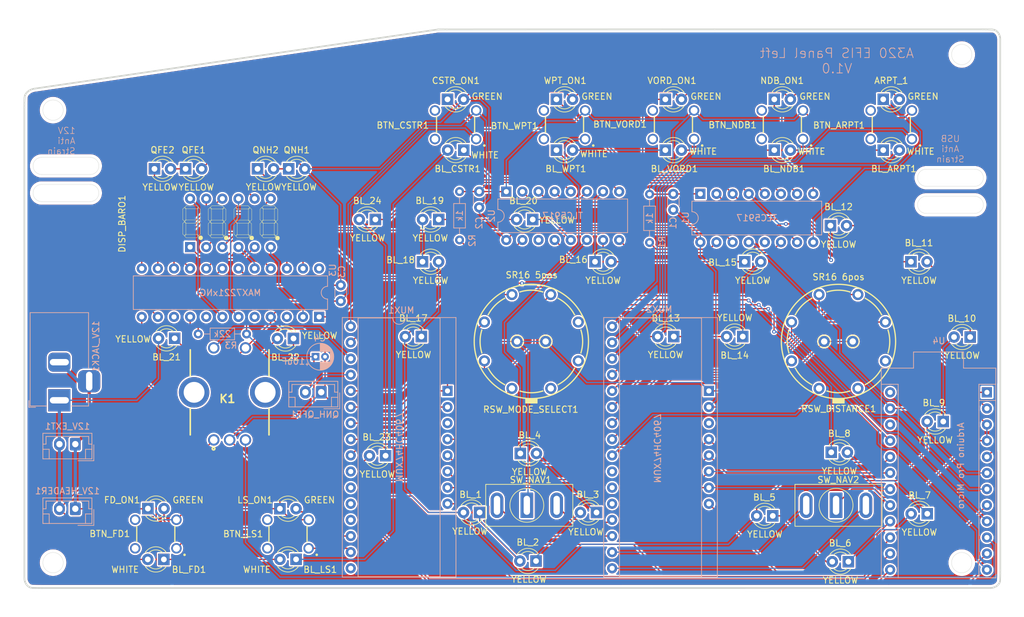
<source format=kicad_pcb>
(kicad_pcb (version 20240108) (generator "pcbnew") (generator_version "8.0")
  (title_block (title "A320 EFIS Panel Left") (date "2024-11-18") (rev "V1.0") (company "S.K."))
  (layers (0 "F.Cu" jumper) (31 "B.Cu" jumper) (34 "B.Paste" user) (35 "F.Paste" user) (36 "B.SilkS" user "B.Silkscreen") (37 "F.SilkS" user "F.Silkscreen") (38 "B.Mask" user) (39 "F.Mask" user) (44 "Edge.Cuts" user))
  (net 0 "")
  (net 1 "12V_IN")
  (net 2 "GND")
  (net 3 "BACKLIGHT_1")
  (net 4 "BACKLIGHT_2")
  (net 5 "+5V")
  (net 6 "ARPT_ON")
  (net 7 "Net-(BL_1-K)")
  (net 8 "Net-(BL_2-K)")
  (net 9 "Net-(BL_3-K)")
  (net 10 "Net-(BL_5-K)")
  (net 11 "Net-(BL_6-K)")
  (net 12 "Net-(BL_7-K)")
  (net 13 "Net-(BL_10-A)")
  (net 14 "Net-(BL_10-K)")
  (net 15 "Net-(BL_11-K)")
  (net 16 "BACKLIGHT_3")
  (net 17 "Net-(BL_13-K)")
  (net 18 "Net-(BL_14-K)")
  (net 19 "Net-(BL_15-K)")
  (net 20 "BACKLIGHT_4")
  (net 21 "Net-(BL_17-K)")
  (net 22 "Net-(BL_18-K)")
  (net 23 "Net-(BL_19-K)")
  (net 24 "BACKLIGHT_5")
  (net 25 "Net-(BL_21-K)")
  (net 26 "Net-(BL_22-K)")
  (net 27 "Net-(BL_23-K)")
  (net 28 "BACKLIGHT_6")
  (net 29 "BACKLIGHT_8")
  (net 30 "Net-(BL_FD1-K)")
  (net 31 "BACKLIGHT_7")
  (net 34 "BTN_ARPT")
  (net 37 "BTN_FD")
  (net 38 "BTN_LS")
  (net 43 "BTN_NDB")
  (net 46 "BTN_VORD")
  (net 49 "BTN_WPT")
  (net 50 "FD_ON")
  (net 51 "LS_ON")
  (net 52 "BARO_D0")
  (net 53 "BARO_D3")
  (net 54 "BARO_S_D")
  (net 55 "BARO_S_C")
  (net 56 "BARO_S_A")
  (net 57 "BARO_D2")
  (net 58 "BARO_S_B")
  (net 59 "BARO_S_G")
  (net 60 "BARO_S_E")
  (net 61 "BARO_S_DP")
  (net 62 "BARO_S_F")
  (net 63 "BARO_D1")
  (net 64 "MUX_S3")
  (net 65 "MUX_S2")
  (net 66 "MUX_S1")
  (net 67 "MUX_S0")
  (net 68 "BTN_BARO")
  (net 70 "RSW_ARC")
  (net 71 "RSW_VOR")
  (net 72 "RSW_NAV")
  (net 73 "RSW_PLAN")
  (net 74 "SW_NAV1_VOR")
  (net 75 "MUX1_DATA")
  (net 76 "RSW_LS")
  (net 77 "SW_NAV2_ADF")
  (net 78 "RSW_DIST_320")
  (net 79 "RSW_DIST_160")
  (net 80 "RSW_DIST_10")
  (net 81 "SW_NAV1_ADF")
  (net 82 "SW_NAV2_VOR")
  (net 83 "RSW_DIST_40")
  (net 85 "MUX2_DATA")
  (net 86 "RSW_DIST_20")
  (net 87 "RSW_DIST_80")
  (net 88 "NDB_ON")
  (net 89 "Net-(QFE1-K)")
  (net 90 "LED_QFE")
  (net 91 "Net-(QNH1-K)")
  (net 92 "LED_QNH")
  (net 93 "Net-(U1-R-EXT)")
  (net 99 "OSH_CLOCK")
  (net 100 "OUT_BRT_LED")
  (net 101 "OSH_DOUT1")
  (net 102 "VORD_ON")
  (net 103 "OSH_DIN")
  (net 104 "OSH_LATCH")
  (net 105 "WPT_ON")
  (net 106 "ENC_BARO_DEC")
  (net 107 "ENC_BARO_INC")
  (net 108 "OUT_BRT_BACK")
  (net 109 "DISP_LATCH")
  (net 110 "DISP_DIN")
  (net 111 "DISP_CLOCK")
  (net 113 "BTN_CSTR")
  (net 115 "CSTR_ON")
  (net 116 "Net-(U2-R-EXT)")
  (net 117 "Net-(U3-ISET)")
  (net 126 "Net-(BL_CSTR1-A)")
  (net 131 "SW_QNH")
  (net 135 "Net-(BL_ARPT1-K)")
  (net 136 "Net-(BL_NDB1-K)")
  (net 137 "Net-(BL_VORD1-K)")
  (footprint "LED_THT:LED_D3.0mm" (layer "F.Cu") (at 100.2792 132.9575 180)
    (property "Reference" "BL_LS1")
    (property "Value" "WHITE")
  )
  (footprint "LED_THT:LED_D3.0mm" (layer "F.Cu") (at 192.7606 60.5014)
    (property "Reference" "ARPT_1")
    (property "Value" "GREEN")
  )
  (footprint "LED_THT:LED_D3.0mm" (layer "F.Cu") (at 184.4498 80.3896)
    (property "Reference" "BL_12")
    (property "Value" "YELLOW")
  )
  (footprint "LED_THT:LED_D3.0mm" (layer "F.Cu") (at 114.3812 116.6354 180)
    (property "Reference" "BL_23")
    (property "Value" "YELLOW")
  )
  (footprint "My:B3F1000" (layer "F.Cu") (at 99.0092 128.9697)
    (property "Reference" "BTN_LS1")
    (property "Value" "B3F-1055" (hide yes))
  )
  (footprint "LED_THT:LED_D3.0mm" (layer "F.Cu") (at 175.6029 60.5014)
    (property "Reference" "NDB_ON1")
    (property "Value" "GREEN")
  )
  (footprint "LED_THT:LED_D3.0mm" (layer "F.Cu") (at 184.5768 116.102)
    (property "Reference" "BL_8")
    (property "Value" "YELLOW")
  )
  (footprint "LED_THT:LED_D3.0mm" (layer "F.Cu") (at 99.8728 98.1696 180)
    (property "Reference" "BL_22")
    (property "Value" "YELLOW")
  )
  (footprint "LED_THT:LED_D3.0mm" (layer "F.Cu") (at 94.2036 71.4488)
    (property "Reference" "QNH2")
    (property "Value" "YELLOW")
  )
  (footprint "LED_THT:LED_D3.0mm" (layer "F.Cu") (at 141.2875 60.5014)
    (property "Reference" "WPT_ON1")
    (property "Value" "GREEN")
  )
  (footprint "LED_THT:LED_D3.0mm" (layer "F.Cu") (at 141.2952 68.5024)
    (property "Reference" "BL_WPT1")
    (property "Value" "WHITE")
  )
  (footprint "SimPanel:T80-Z1" (layer "F.Cu") (at 141.3256 124.4459 -90)
    (property "Reference" "SW_NAV1")
    (property "Value" "SW_SPDT[ON-OFF-ON]" (hide yes))
  )
  (footprint "LED_THT:LED_D3.0mm" (layer "F.Cu") (at 206.4562 97.941 180)
    (property "Reference" "BL_10")
    (property "Value" "YELLOW")
  )
  (footprint "LED_THT:LED_D3.0mm" (layer "F.Cu") (at 202.2144 111.2506 180)
    (property "Reference" "BL_9")
    (property "Value" "YELLOW")
  )
  (footprint "LED_THT:LED_D3.0mm" (layer "F.Cu") (at 135.6056 116.2798)
    (property "Reference" "BL_4")
    (property "Value" "YELLOW")
  )
  (footprint "LED_THT:LED_D3.0mm" (layer "F.Cu") (at 79.4562 132.9676 180)
    (property "Reference" "BL_FD1")
    (property "Value" "WHITE")
  )
  (footprint "LED_THT:LED_D3.0mm" (layer "F.Cu") (at 147.6044 125.5762 180)
    (property "Reference" "BL_3")
    (property "Value" "YELLOW")
  )
  (footprint "LED_THT:LED_D3.0mm" (layer "F.Cu") (at 175.3666 126.1096 180)
    (property "Reference" "BL_5")
    (property "Value" "YELLOW")
  )
  (footprint "My:B3F1000" (layer "F.Cu") (at 125.4026 64.5045)
    (property "Reference" "BTN_CSTR1")
    (property "Value" "B3F-1055" (hide yes))
  )
  (footprint "LED_THT:LED_D3.0mm" (layer "F.Cu") (at 192.7606 68.5024)
    (property "Reference" "BL_ARPT1")
    (property "Value" "WHITE")
  )
  (footprint "LED_THT:LED_D3.0mm" (layer "F.Cu") (at 76.9394 124.9565)
    (property "Reference" "FD_ON1")
    (property "Value" "GREEN")
  )
  (footprint "My:SR16-AB" (layer "F.Cu") (at 137.3392 98.6402)
    (property "Reference" "RSW_MODE_SELECT1")
    (property "Value" "SR16 5pos")
  )
  (footprint "LED_THT:LED_D3.0mm" (layer "F.Cu") (at 158.4452 68.5024)
    (property "Reference" "BL_VORD1")
    (property "Value" "WHITE")
  )
  (footprint "LED_THT:LED_D3.0mm" (layer "F.Cu") (at 82.8752 71.4488)
    (property "Reference" "QFE1")
    (property "Value" "YELLOW")
  )
  (footprint "LED_THT:LED_D3.0mm" (layer "F.Cu") (at 77.973 71.4488)
    (property "Reference" "QFE2")
    (property "Value" "YELLOW")
  )
  (footprint "LED_THT:LED_D3.0mm" (layer "F.Cu") (at 199.6998 125.7794 180)
    (property "Reference" "BL_7")
    (property "Value" "YELLOW")
  )
  (footprint "LED_THT:LED_D3.0mm" (layer "F.Cu") (at 158.4452 60.5014)
    (property "Reference" "VORD_ON1")
    (property "Value" "GREEN")
  )
  (footprint "LED_THT:LED_D3.0mm" (layer "F.Cu") (at 122.7428 79.4244 180)
    (property "Reference" "BL_19")
    (property "Value" "YELLOW")
  )
  (footprint "SamacSys_Parts:PEC12R-4XXXF-SXXXX_1" (layer "F.Cu") (at 89.8144 106.6513)
    (property "Reference" "K1")
    (property "Value" "PEC11R-4015F-S0024" (hide yes))
  )
  (footprint "LED_THT:LED_D3.0mm" (layer "F.Cu") (at 137.5506 79.4244 180)
    (property "Reference" "BL_20")
    (property "Value" "YELLOW")
  )
  (footprint "LED_THT:LED_D3.0mm" (layer "F.Cu") (at 129.1894 125.5762 180)
    (property "Reference" "BL_1")
    (property "Value" "YELLOW")
  )
  (footprint "LED_THT:LED_D3.0mm" (layer "F.Cu") (at 124.1298 60.5014)
    (property "Reference" "CSTR_ON1")
    (property "Value" "GREEN")
  )
  (footprint "LED_THT:LED_D3.0mm" (layer "F.Cu") (at 159.771 97.8648 180)
    (property "Reference" "BL_13")
    (property "Value" "YELLOW")
  )
  (footprint "My:2841AW" (layer "F.Cu") (at 89.8789 79.9529)
    (property "Reference" "DISP_BARO1")
    (property "Value" "2841AW" (hide yes))
  )
  (footprint "My:B3F1000" (layer "F.Cu") (at 159.718 64.5045)
    (property "Reference" "BTN_VORD1")
    (property "Value" "B3F-1055" (hide yes))
  )
  (footprint "LED_THT:LED_D3.0mm" (layer "F.Cu") (at 147.3658 86.0792)
    (property "Reference" "BL_16")
    (property "Value" "YELLOW")
  )
  (footprint "LED_THT:LED_D3.0mm" (layer "F.Cu") (at 187.2742 133.3232 180)
    (property "Reference" "BL_6")
    (property "Value" "YELLOW")
  )
  (footprint "LED_THT:LED_D3.0mm" (layer "F.Cu") (at 120.02 97.8648 180)
    (property "Reference" "BL_17")
    (property "Value" "YELLOW")
  )
  (footprint "LED_THT:LED_D3.0mm" (layer "F.Cu") (at 99.1108 71.4488)
    (property "Reference" "QNH1")
    (property "Value" "YELLOW")
  )
  (footprint "LED_THT:LED_D3.0mm" (layer "F.Cu") (at 170.6372 97.8648 180)
    (property "Reference" "BL_14")
    (property "Value" "YELLOW")
  )
  (footprint "My:SR16-AB" (layer "F.Cu") (at 185.7128 98.6402)
    (property "Reference" "RSW_DISTANCE1")
    (property "Value" "SR16 6pos")
  )
  (footprint "LED_THT:LED_D3.0mm" (layer "F.Cu") (at 112.776 79.4244 180)
    (property "Reference" "BL_24")
    (property "Value" "YELLOW")
  )
  (footprint "LED_THT:LED_D3.0mm" (layer "F.Cu") (at 120.1928 86.0792)
    (property "Reference" "BL_18")
    (property "Value" "YELLOW")
  )
  (footprint "My:B3F1000" (layer "F.Cu") (at 176.8757 64.5045)
    (property "Reference" "BTN_NDB1")
    (property "Value" "B3F-1055" (hide yes))
  )
  (footprint "LED_THT:LED_D3.0mm" (layer "F.Cu") (at 138.0744 133.2216 180)
    (property "Reference" "BL_2")
    (property "Value" "YELLOW")
  )
  (footprint "LED_THT:LED_D3.0mm" (layer "F.Cu") (at 170.937 86.0792)
    (property "Reference" "BL_15")
    (property "Value" "YELLOW")
  )
  (footprint "My:B3F1000" (layer "F.Cu") (at 194.0334 64.5045)
    (property "Reference" "BTN_ARPT1")
    (property "Value" "B3F-1055" (hide yes))
  )
  (footprint "LED_THT:LED_D3.0mm" (layer "F.Cu") (at 175.6029 68.5024)
    (property "Reference" "BL_NDB1")
    (property "Value" "WHITE")
  )
  (footprint "SimPanel:T80-Z1" (layer "F.Cu") (at 190.0308 124.4459 -90)
    (property "Reference" "SW_NAV2")
    (property "Value" "SW_SPDT[ON-OFF-ON]" (hide yes))
  )
  (footprint "LED_THT:LED_D3.0mm" (layer "F.Cu") (at 81.153 98.1442 180)
    (property "Reference" "BL_21")
    (property "Value" "YELLOW")
  )
  (footprint "LED_THT:LED_D3.0mm" (layer "F.Cu") (at 197.1244 86.0792)
    (property "Reference" "BL_11")
    (property "Value" "YELLOW")
  )
  (footprint "My:B3F1000" (layer "F.Cu") (at 142.5603 64.5045)
    (property "Reference" "BTN_WPT1")
    (property "Value" "B3F-1055" (hide yes))
  )
  (footprint "LED_THT:LED_D3.0mm" (layer "F.Cu") (at 126.6952 68.5024 180)
    (property "Reference" "BL_CSTR1")
    (property "Value" "WHITE")
  )
  (footprint "My:B3F1000" (layer "F.Cu") (at 78.184 128.9697)
    (property "Reference" "BTN_FD1")
    (property "Value" "B3F-1055" (hide yes))
  )
  (footprint "LED_THT:LED_D3.0mm" (layer "F.Cu") (at 97.7364 124.9819)
    (property "Reference" "LS_ON1")
    (property "Value" "GREEN")
  )
  (footprint "Connector_BarrelJack:BarrelJack_Horizontal" (layer "B.Cu") (at 62.9943 107.9034 -90)
    (property "Reference" "12V_JACK1")
    (property "Value" "Power Jack" (hide yes))
  )
  (footprint "Package_DIP:DIP-24_W7.62mm" (layer "B.Cu") (at 103.9114 94.766 90)
    (property "Reference" "U3")
    (property "Value" "MAX7221xNG")
  )
  (footprint "Capacitor_THT:C_Disc_D3.0mm_W1.6mm_P2.50mm" (layer "B.Cu") (at 159.694 77.9 90)
    (property "Reference" "C1")
    (property "Value" "0.1uF Ceramic" (hide yes))
  )
  (footprint "Connector_JST:JST_EH_B2B-EH-A_1x02_P2.50mm_Vertical" (layer "B.Cu") (at 65.5066 114.8114 180)
    (property "Reference" "12V_EXT1")
    (property "Value" "Pin Header 1x02" (hide yes))
  )
  (footprint "Resistor_THT:R_Axial_DIN0204_L3.6mm_D1.6mm_P7.62mm_Horizontal" (layer "B.Cu") (at 92.4814 97.4584 180)
    (property "Reference" "R3")
    (property "Value" "22k")
  )
  (footprint "My:MUX74HC4067" (layer "B.Cu") (at 157.1498 115.4924)
    (property "Reference" "MUX2")
    (property "Value" "MUX74HC4067")
  )
  (footprint "Resistor_THT:R_Axial_DIN0204_L3.6mm_D1.6mm_P7.62mm_Horizontal" (layer "B.Cu") (at 155.956 83.0566 90)
    (property "Reference" "R1")
    (property "Value" "1k")
  )
  (footprint "Connector_JST:JST_EH_B2B-EH-A_1x02_P2.50mm_Vertical" (layer "B.Cu") (at 104.2416 106.6278 180)
    (property "Reference" "QNH_QFE1")
    (property "Value" "Pin Header 1x02" (hide yes))
  )
  (footprint "My:MUX74HC4067" (layer "B.Cu") (at 115.9764 115.4924)
    (property "Reference" "MUX1")
    (property "Value" "MUX74HC4067")
  )
  (footprint "Capacitor_THT:C_Disc_D3.0mm_W1.6mm_P2.50mm" (layer "B.Cu") (at 107.315 89.7822 -90)
    (property "Reference" "C3")
    (property "Value" "0.1uF Ceramic" (hide yes))
  )
  (footprint "Package_DIP:DIP-16_W7.62mm" (layer "B.Cu") (at 163.957 75.3858 -90)
    (property "Reference" "U1")
    (property "Value" "TLC5917")
  )
  (footprint "Capacitor_THT:CP_Radial_D4.0mm_P1.50mm" (layer "B.Cu") (at 103.341201 101.0398)
    (property "Reference" "C4")
    (property "Value" "10uF")
  )
  (footprint "Connector_JST:JST_EH_B2B-EH-A_1x02_P2.50mm_Vertical" (layer "B.Cu") (at 65.5066 124.992 180)
    (property "Reference" "12V_HEADER1")
    (property "Value" "Pin Header 1x02" (hide yes))
  )
  (footprint "Capacitor_THT:C_Disc_D3.0mm_W1.6mm_P2.50mm" (layer "B.Cu") (at 129.1274 77.5248 90)
    (property "Reference" "C2")
    (property "Value" "0.1uF Ceramic" (hide yes))
  )
  (footprint "Arduino:Sparkfun_Pro_Micro" (layer "B.Cu") (at 193.8528 134.5932)
    (property "Reference" "U4")
    (property "Value" "Arduino Pro Micro")
  )
  (footprint "Resistor_THT:R_Axial_DIN0204_L3.6mm_D1.6mm_P7.62mm_Horizontal" (layer "B.Cu") (at 126.0286 82.6502 90)
    (property "Reference" "R2")
    (property "Value" "1k")
  )
  (footprint "Package_DIP:DIP-16_W7.62mm" (layer "B.Cu") (at 133.3904 75.0402 -90)
    (property "Reference" "U2")
    (property "Value" "TLC5917")
  )
  (gr_line (start 59.02 58.8239) (end 58.7469 58.8873) (stroke (width 0.254)) (layer "Edge.Cuts"))
  (gr_line (start 58.2203 59.1381) (end 57.9875 59.3149) (stroke (width 0.254)) (layer "Edge.Cuts"))
  (gr_line (start 211.184 136.2151) (end 211.1852 136.1439) (stroke (width 0.254)) (layer "Edge.Cuts"))
  (gr_line (start 166.2221 49.4748) (end 124.0414 49.4852) (stroke (width 0.254)) (layer "Edge.Cuts"))
  (gr_line (start 58.7469 58.8873) (end 58.4769 58.9937) (stroke (width 0.254)) (layer "Edge.Cuts"))
  (gr_line (start 58.927 137.4562) (end 59.0866 137.4599) (stroke (width 0.254)) (layer "Edge.Cuts"))
  (gr_line (start 57.4925 60.8005) (end 57.4832 61.2733) (stroke (width 0.254)) (layer "Edge.Cuts"))
  (gr_line (start 211.0517 136.7048) (end 211.1487 136.4691) (stroke (width 0.254)) (layer "Edge.Cuts"))
  (gr_line (start 57.6354 59.7445) (end 57.537 59.9865) (stroke (width 0.254)) (layer "Edge.Cuts"))
  (gr_line (start 134.9853 137.4774) (end 209.6891 137.4667) (stroke (width 0.254)) (layer "Edge.Cuts"))
  (gr_arc (start 60.19993 76.60379) (mid 58.85501 75.2588) (end 60.19993 73.91381) (stroke (width 0.05)) (layer "Edge.Cuts"))
  (gr_circle (center 62.0014 62.2032) (end 63.6014 62.2032) (stroke (width 0.05)) (fill none) (layer "Edge.Cuts"))
  (gr_line (start 124.0414 49.4852) (end 123.5206 49.4859) (stroke (width 0.254)) (layer "Edge.Cuts"))
  (gr_line (start 211.1025 50.4542) (end 210.9879 50.2018) (stroke (width 0.254)) (layer "Edge.Cuts"))
  (gr_circle (center 205.1304 53.4402) (end 206.7304 53.4402) (stroke (width 0.05)) (fill none) (layer "Edge.Cuts"))
  (gr_line (start 209.5981 49.4919) (end 209.4035 49.4877) (stroke (width 0.254)) (layer "Edge.Cuts"))
  (gr_line (start 58.0346 137.1706) (end 58.2471 137.3204) (stroke (width 0.254)) (layer "Edge.Cuts"))
  (gr_line (start 59.2809 137.4643) (end 59.7488 137.4721) (stroke (width 0.254)) (layer "Edge.Cuts"))
  (gr_line (start 211.1915 135.8666) (end 211.1957 135.6729) (stroke (width 0.254)) (layer "Edge.Cuts"))
  (gr_line (start 57.5833 136.4975) (end 57.6979 136.7498) (stroke (width 0.254)) (layer "Edge.Cuts"))
  (gr_line (start 210.6512 49.7808) (end 210.4387 49.631) (stroke (width 0.254)) (layer "Edge.Cuts"))
  (gr_line (start 57.4832 61.2733) (end 57.4791 61.8074) (stroke (width 0.254)) (layer "Edge.Cuts"))
  (gr_line (start 58.2471 137.3204) (end 58.4827 137.4175) (stroke (width 0.254)) (layer "Edge.Cuts"))
  (gr_circle (center 205.1304 133.4756) (end 206.7304 133.4756) (stroke (width 0.05)) (fill none) (layer "Edge.Cuts"))
  (gr_line (start 210.4387 49.631) (end 210.2031 49.534) (stroke (width 0.254)) (layer "Edge.Cuts"))
  (gr_line (start 210.9879 50.2018) (end 210.8358 49.9742) (stroke (width 0.254)) (layer "Edge.Cuts"))
  (gr_line (start 60.2809 137.4757) (end 134.9853 137.4774) (stroke (width 0.254)) (layer "Edge.Cuts"))
  (gr_line (start 58.8083 137.4535) (end 58.927 137.4562) (stroke (width 0.254)) (layer "Edge.Cuts"))
  (gr_line (start 122.6447 49.4902) (end 121.3358 49.681) (stroke (width 0.254)) (layer "Edge.Cuts"))
  (gr_line (start 209.4035 49.4877) (end 208.9353 49.4797) (stroke (width 0.254)) (layer "Edge.Cuts"))
  (gr_line (start 58.4769 58.9937) (end 58.2203 59.1381) (stroke (width 0.254)) (layer "Edge.Cuts"))
  (gr_line (start 199.52096 74.192) (end 207.1878 74.192) (stroke (width 0.05)) (layer "Edge.Cuts"))
  (gr_line (start 199.517 71.50202) (end 207.1878 71.50202) (stroke (width 0.05)) (layer "Edge.Cuts"))
  (gr_line (start 122.7775 49.4886) (end 122.6865 49.4894) (stroke (width 0.254)) (layer "Edge.Cuts"))
  (gr_line (start 123.0844 49.4871) (end 122.9119 49.4878) (stroke (width 0.254)) (layer "Edge.Cuts"))
  (gr_line (start 59.0866 137.4599) (end 59.2809 137.4643) (stroke (width 0.254)) (layer "Edge.Cuts"))
  (gr_line (start 122.6865 49.4894) (end 122.6447 49.4902) (stroke (width 0.254)) (layer "Edge.Cuts"))
  (gr_line (start 210.9022 136.9175) (end 211.0517 136.7048) (stroke (width 0.254)) (layer "Edge.Cuts"))
  (gr_line (start 57.511 136.2296) (end 57.5833 136.4975) (stroke (width 0.254)) (layer "Edge.Cuts"))
  (gr_line (start 208.403 49.4762) (end 166.2221 49.4748) (stroke (width 0.254)) (layer "Edge.Cuts"))
  (gr_line (start 59.7488 137.4721) (end 60.2809 137.4757) (stroke (width 0.254)) (layer "Edge.Cuts"))
  (gr_line (start 122.9119 49.4878) (end 122.7775 49.4886) (stroke (width 0.254)) (layer "Edge.Cuts"))
  (gr_line (start 67.87078 72.33538) (end 60.19998 72.33538) (stroke (width 0.05)) (layer "Edge.Cuts"))
  (gr_line (start 210.2305 137.369) (end 210.4822 137.2544) (stroke (width 0.254)) (layer "Edge.Cuts"))
  (gr_line (start 211.2001 50.9961) (end 211.1748 50.722) (stroke (width 0.254)) (layer "Edge.Cuts"))
  (gr_line (start 209.6891 137.4667) (end 209.963 137.4415) (stroke (width 0.254)) (layer "Edge.Cuts"))
  (gr_line (start 121.3358 49.681) (end 59.02 58.8239) (stroke (width 0.254)) (layer "Edge.Cuts"))
  (gr_line (start 57.4791 61.8074) (end 57.4857 135.9557) (stroke (width 0.254)) (layer "Edge.Cuts"))
  (gr_line (start 210.4822 137.2544) (end 210.7093 137.1023) (stroke (width 0.254)) (layer "Edge.Cuts"))
  (gr_line (start 67.86682 69.6454) (end 60.19998 69.6454) (stroke (width 0.05)) (layer "Edge.Cuts"))
  (gr_line (start 57.4857 135.9557) (end 57.511 136.2296) (stroke (width 0.254)) (layer "Edge.Cuts"))
  (gr_arc (start 67.86682 69.64419) (mid 69.21191 70.9892) (end 67.86682 72.33417) (stroke (width 0.05)) (layer "Edge.Cuts"))
  (gr_line (start 57.537 59.9865) (end 57.5044 60.2396) (stroke (width 0.254)) (layer "Edge.Cuts"))
  (gr_line (start 57.9875 59.3149) (end 57.789 59.5189) (stroke (width 0.254)) (layer "Edge.Cuts"))
  (gr_line (start 67.86677 73.91381) (end 60.19993 73.91381) (stroke (width 0.05)) (layer "Edge.Cuts"))
  (gr_circle (center 62.0014 133.4756) (end 63.6014 133.4756) (stroke (width 0.05)) (fill none) (layer "Edge.Cuts"))
  (gr_line (start 57.5039 60.3161) (end 57.5013 60.4392) (stroke (width 0.254)) (layer "Edge.Cuts"))
  (gr_line (start 58.7366 137.4524) (end 58.8083 137.4535) (stroke (width 0.254)) (layer "Edge.Cuts"))
  (gr_line (start 57.8499 136.9772) (end 58.0346 137.1706) (stroke (width 0.254)) (layer "Edge.Cuts"))
  (gr_line (start 57.5044 60.2396) (end 57.5039 60.3161) (stroke (width 0.254)) (layer "Edge.Cuts"))
  (gr_arc (start 60.19998 72.33538) (mid 58.85512 70.9904) (end 60.19998 69.6454) (stroke (width 0.05)) (layer "Edge.Cuts"))
  (gr_line (start 57.5013 60.4392) (end 57.4972 60.6027) (stroke (width 0.254)) (layer "Edge.Cuts"))
  (gr_arc (start 207.1878 71.50202) (mid 208.53278 72.847) (end 207.1878 74.192) (stroke (width 0.05)) (layer "Edge.Cuts"))
  (gr_line (start 199.51304 75.77043) (end 207.18384 75.77043) (stroke (width 0.05)) (layer "Edge.Cuts"))
  (gr_line (start 211.1748 50.722) (end 211.1025 50.4542) (stroke (width 0.254)) (layer "Edge.Cuts"))
  (gr_line (start 210.8358 49.9742) (end 210.6512 49.7808) (stroke (width 0.254)) (layer "Edge.Cuts"))
  (gr_line (start 209.963 137.4415) (end 210.2305 137.369) (stroke (width 0.254)) (layer "Edge.Cuts"))
  (gr_line (start 211.207 134.6736) (end 211.2001 50.9961) (stroke (width 0.254)) (layer "Edge.Cuts"))
  (gr_arc (start 199.52096 74.19321) (mid 198.17589 72.8482) (end 199.52096 71.50323) (stroke (width 0.05)) (layer "Edge.Cuts"))
  (gr_arc (start 67.86677 73.9126) (mid 69.2119 75.2576) (end 67.86677 76.60258) (stroke (width 0.05)) (layer "Edge.Cuts"))
  (gr_line (start 57.789 59.5189) (end 57.6354 59.7445) (stroke (width 0.254)) (layer "Edge.Cuts"))
  (gr_line (start 209.9492 49.4994) (end 209.8771 49.4983) (stroke (width 0.254)) (layer "Edge.Cuts"))
  (gr_arc (start 199.517 78.46162) (mid 198.17188 77.1166) (end 199.517 75.77164) (stroke (width 0.05)) (layer "Edge.Cuts"))
  (gr_line (start 211.1878 136.0257) (end 211.1915 135.8666) (stroke (width 0.254)) (layer "Edge.Cuts"))
  (gr_line (start 123.5206 49.4859) (end 123.2892 49.4865) (stroke (width 0.254)) (layer "Edge.Cuts"))
  (gr_line (start 208.9353 49.4797) (end 208.403 49.4762) (stroke (width 0.254)) (layer "Edge.Cuts"))
  (gr_line (start 123.2892 49.4865) (end 123.0844 49.4871) (stroke (width 0.254)) (layer "Edge.Cuts"))
  (gr_line (start 210.7093 137.1023) (end 210.9022 136.9175) (stroke (width 0.254)) (layer "Edge.Cuts"))
  (gr_line (start 211.1487 136.4691) (end 211.184 136.2151) (stroke (width 0.254)) (layer "Edge.Cuts"))
  (gr_line (start 57.4972 60.6027) (end 57.4925 60.8005) (stroke (width 0.254)) (layer "Edge.Cuts"))
  (gr_line (start 210.2031 49.534) (end 209.9492 49.4994) (stroke (width 0.254)) (layer "Edge.Cuts"))
  (gr_line (start 211.2036 135.2057) (end 211.207 134.6736) (stroke (width 0.254)) (layer "Edge.Cuts"))
  (gr_arc (start 207.18384 75.77043) (mid 208.52877 77.1154) (end 207.18384 78.46041) (stroke (width 0.05)) (layer "Edge.Cuts"))
  (gr_line (start 199.517 78.46041) (end 207.18384 78.46041) (stroke (width 0.05)) (layer "Edge.Cuts"))
  (gr_line (start 57.6979 136.7498) (end 57.8499 136.9772) (stroke (width 0.254)) (layer "Edge.Cuts"))
  (gr_line (start 211.1852 136.1439) (end 211.1878 136.0257) (stroke (width 0.254)) (layer "Edge.Cuts"))
  (gr_line (start 211.1957 135.6729) (end 211.2036 135.2057) (stroke (width 0.254)) (layer "Edge.Cuts"))
  (gr_line (start 67.87073 76.60379) (end 60.19993 76.60379) (stroke (width 0.05)) (layer "Edge.Cuts"))
  (gr_line (start 209.7581 49.4957) (end 209.5981 49.4919) (stroke (width 0.254)) (layer "Edge.Cuts"))
  (gr_line (start 209.8771 49.4983) (end 209.7581 49.4957) (stroke (width 0.254)) (layer "Edge.Cuts"))
  (gr_line (start 58.4827 137.4175) (end 58.7366 137.4524) (stroke (width 0.254)) (layer "Edge.Cuts"))
  (gr_text "USB\nAnti\nStrain" (at 203.327 70.509 0) (layer "B.SilkS") (effects (font (size 1 1) (thickness 0.1)) (justify bottom mirror)))
  (gr_text "12V\nAnti\nStrain" (at 65.58275 69.24021 0) (layer "B.SilkS") (effects (font (size 1 1) (thickness 0.1)) (justify left bottom mirror)))
  (gr_text "${TITLE}\n${REVISION}" (at 185.47 56.53 0) (layer "B.SilkS") (effects (font (size 1.5 1.5) (thickness 0.125)) (justify bottom mirror)))
  (segment (start 177.116408 120.547) (end 172.8266 124.836808) (width 0.2) (layer "F.Cu") (net 1))
  (segment (start 107.188 122.9854) (end 118.5926 122.9854) (width 0.2) (layer "F.Cu") (net 1))
  (segment (start 121.1834 125.5762) (end 118.5926 122.9854) (width 0.2) (layer "F.Cu") (net 1))
  (segment (start 125.2696 90.0752) (end 117.48 97.8648) (width 0.2) (layer "F.Cu") (net 1))
  (segment (start 199.6744 115.7414) (end 194.8688 120.547) (width 0.2) (layer "F.Cu") (net 1))
  (segment (start 70.9822 132.9676) (end 76.9162 132.9676) (width 0.2) (layer "F.Cu") (net 1))
  (segment (start 146.728342 90.0752) (end 125.2696 90.0752) (width 0.2) (layer "F.Cu") (net 1))
  (segment (start 154.517942 97.8648) (end 146.728342 90.0752) (width 0.2) (layer "F.Cu") (net 1))
  (segment (start 157.231 97.8648) (end 154.517942 97.8648) (width 0.2) (layer "F.Cu") (net 1))
  (segment (start 63.0066 124.992) (end 70.9822 132.9676) (width 0.2) (layer "F.Cu") (net 1))
  (segment (start 63.0066 124.992) (end 75.3764 112.6222) (width 0.2) (layer "F.Cu") (net 1))
  (segment (start 126.6494 125.5762) (end 121.1834 125.5762) (width 0.2) (layer "F.Cu") (net 1))
  (segment (start 96.8248 112.6222) (end 107.188 122.9854) (width 0.2) (layer "F.Cu") (net 1))
  (segment (start 199.6744 111.2506) (end 199.6744 115.7414) (width 0.2) (layer "F.Cu") (net 1))
  (segment (start 75.3764 112.6222) (end 96.8248 112.6222) (width 0.2) (layer "F.Cu") (net 1))
  (segment (start 172.8266 124.836808) (end 172.8266 126.1096) (width 0.2) (layer "F.Cu") (net 1))
  (segment (start 194.8688 120.547) (end 177.116408 120.547) (width 0.2) (layer "F.Cu") (net 1))
  (segment (start 145.2372 130.58) (end 168.3562 130.58) (width 0.2) (layer "B.Cu") (net 1))
  (segment (start 134.9502 134.6948) (end 141.0716 134.6948) (width 0.2) (layer "B.Cu") (net 1))
  (segment (start 168.3562 130.58) (end 172.8266 126.1096) (width 0.2) (layer "B.Cu") (net 1))
  (segment (start 62.9943 107.9034) (end 75.2038 107.9034) (width 0.2) (layer "B.Cu") (net 1))
  (segment (start 126.6494 126.394) (end 134.9502 134.6948) (width 0.2) (layer "B.Cu") (net 1))
  (segment (start 195.3006 68.5024) (end 192.9512 70.8518) (width 0.2) (layer "B.Cu") (net 1))
  (segment (start 75.2038 107.9034) (end 78.613 104.4942) (width 0.2) (layer "B.Cu") (net 1))
  (segment (start 158.4134 96.6824) (end 157.231 97.8648) (width 0.2) (layer "B.Cu") (net 1))
  (segment (start 78.613 104.4942) (end 78.613 98.1442) (width 0.2) (layer "B.Cu") (net 1))
  (segment (start 141.0716 134.6948) (end 141.097 134.7202) (width 0.2) (layer "B.Cu") (net 1))
  (segment (start 162.409844 70.8518) (end 158.4134 74.848244) (width 0.2) (layer "B.Cu") (net 1))
  (segment (start 117.3936 119.024035) (end 117.3988 119.029235) (width 0.2) (layer "B.Cu") (net 1))
  (segment (start 117.3988 121.8932) (end 121.0818 125.5762) (width 0.2) (layer "B.Cu") (net 1))
  (segment (start 63.0066 114.8114) (end 63.0066 124.992) (width 0.5) (layer "B.Cu") (net 1))
  (segment (start 192.9512 70.8518) (end 162.409844 70.8518) (width 0.2) (layer "B.Cu") (net 1))
  (segment (start 117.3936 97.9512) (end 117.3936 119.024035) (width 0.2) (layer "B.Cu") (net 1))
  (segment (start 141.097 134.7202) (end 145.2372 130.58) (width 0.2) (layer "B.Cu") (net 1))
  (segment (start 121.0818 125.5762) (end 126.6494 125.5762) (width 0.2) (layer "B.Cu") (net 1))
  (segment (start 62.9943 107.9034) (end 62.9943 114.7991) (width 0.5) (layer "B.Cu") (net 1))
  (segment (start 158.4134 74.848244) (end 158.4134 96.6824) (width 0.2) (layer "B.Cu") (net 1))
  (segment (start 126.6494 125.5762) (end 126.6494 126.394) (width 0.2) (layer "B.Cu") (net 1))
  (segment (start 117.3988 119.029235) (end 117.3988 121.8932) (width 0.2) (layer "B.Cu") (net 1))
  (segment (start 165.3032 106.4246) (end 175.6784 106.4246) (width 0.2) (layer "F.Cu") (net 2))
  (segment (start 67.6943 104.9034) (end 67.6943 112.6237) (width 0.5) (layer "F.Cu") (net 2))
  (segment (start 90.9513 101.0144) (end 92.3144 99.6513) (width 0.2) (layer "F.Cu") (net 2))
  (segment (start 127.0303 75.0302) (end 127.0357 75.0248) (width 0.2) (layer "F.Cu") (net 2))
  (segment (start 209.0928 114.2732) (end 206.5274 114.2732) (width 0.2) (layer "F.Cu") (net 2))
  (segment (start 65.5066 124.992) (end 76.9039 124.992) (width 0.2) (layer "F.Cu") (net 2))
  (segment (start 98.1964 96.671) (end 101.320929 96.671) (width 0.2) (layer "F.Cu") (net 2))
  (segment (start 96.2914 94.766) (end 98.7752 92.2822) (width 0.2) (layer "F.Cu") (net 2))
  (segment (start 206.5274 114.2732) (end 197.612 123.1886) (width 0.2) (layer "F.Cu") (net 2))
  (segment (start 183.4628 98.6402) (end 187.9628 98.6402) (width 0.2) (layer "F.Cu") (net 2))
  (segment (start 187.832 121.8932) (end 185.2412 124.484) (width 0.2) (layer "F.Cu") (net 2))
  (segment (start 99.4742 126.7197) (end 102.2592 126.7197) (width 0.2) (layer "F.Cu") (net 2))
  (segment (start 92.3144 99.6513) (end 96.2914 95.6743) (width 0.2) (layer "F.Cu") (net 2))
  (segment (start 127.0357 75.0248) (end 129.1274 75.0248) (width 0.2) (layer "F.Cu") (net 2))
  (segment (start 104.2416 106.6278) (end 107.823 110.2092) (width 0.2) (layer "F.Cu") (net 2))
  (segment (start 116.4336 110.2092) (end 120.2182 106.4246) (width 0.2) (layer "F.Cu") (net 2))
  (segment (start 192.7606 123.1886) (end 191.4652 121.8932) (width 0.2) (layer "F.Cu") (net 2))
  (segment (start 83.5914 98.4744) (end 86.1314 101.0144) (width 0.2) (layer "F.Cu") (net 2))
  (segment (start 175.6784 106.4246) (end 183.4628 98.6402) (width 0.2) (layer "F.Cu") (net 2))
  (segment (start 196.1361 63.4018) (end 197.2834 62.2545) (width 0.2) (layer "F.Cu") (net 2))
  (segment (start 162.8411 75.4) (end 159.694 75.4) (width 0.2) (layer "F.Cu") (net 2))
  (segment (start 107.823 110.2092) (end 116.4336 110.2092) (width 0.2) (layer "F.Cu") (net 2))
  (segment (start 180.1257 62.2545) (end 181.273 63.4018) (width 0.2) (layer "F.Cu") (net 2))
  (segment (start 83.1718 124.9819) (end 97.7364 124.9819) (width 0.2) (layer "F.Cu") (net 2))
  (segment (start 96.2914 95.6743) (end 96.2914 94.766) (width 0.2) (layer "F.Cu") (net 2))
  (segment (start 97.7364 124.9819) (end 99.4742 126.7197) (width 0.2) (layer "F.Cu") (net 2))
  (segment (start 193.8528 109.1932) (end 206.5528 109.1932) (width 0.2) (layer "F.Cu") (net 2))
  (segment (start 132.2733 75.0248) (end 132.2887 75.0402) (width 0.2) (layer "F.Cu") (net 2))
  (segment (start 86.1314 101.0144) (end 90.9513 101.0144) (width 0.2) (layer "F.Cu") (net 2))
  (segment (start 120.2182 106.4246) (end 124.1298 106.4246) (width 0.2) (layer "F.Cu") (net 2))
  (segment (start 98.7752 92.2822) (end 107.315 92.2822) (width 0.2) (layer "F.Cu") (net 2))
  (segment (start 101.320929 96.671) (end 104.841201 100.191272) (width 0.2) (layer "F.Cu") (net 2))
  (segment (start 129.7552 98.6402) (end 124.1298 104.2656) (width 0.2) (layer "F.Cu") (net 2))
  (segment (start 67.6943 112.6237) (end 65.5066 114.8114) (width 0.5) (layer "F.Cu") (net 2))
  (segment (start 163.957 75.3858) (end 162.8553 75.3858) (width 0.2) (layer "F.Cu") (net 2))
  (segment (start 104.841201 100.191272) (end 104.841201 101.0398) (width 0.2) (layer "F.Cu") (net 2))
  (segment (start 104.841201 101.0398) (end 104.841201 106.028199) (width 0.2) (layer "F.Cu") (net 2))
  (segment (start 83.5914 94.766) (end 83.5914 98.4744) (width 0.2) (layer "F.Cu") (net 2))
  (segment (start 129.1274 75.0248) (end 132.2733 75.0248) (width 0.2) (layer "F.Cu") (net 2))
  (segment (start 155.956 75.4366) (end 159.6574 75.4366) (width 0.2) (layer "F.Cu") (net 2))
  (segment (start 162.8553 75.3858) (end 162.8411 75.4) (width 0.2) (layer "F.Cu") (net 2))
  (segment (start 97.7364 122.0733) (end 89.8144 114.1513) (width 0.2) (layer "F.Cu") (net 2))
  (segment (start 206.5528 109.1932) (end 209.0928 111.7332) (width 0.2) (layer "F.Cu") (net 2))
  (segment (start 96.2914 94.766) (end 98.1964 96.671) (width 0.2) (layer "F.Cu") (net 2))
  (segment (start 181.273 63.4018) (end 196.1361 63.4018) (width 0.2) (layer "F.Cu") (net 2))
  (segment (start 126.0286 75.0302) (end 127.0303 75.0302) (width 0.2) (layer "F.Cu") (net 2))
  (segment (start 135.0892 98.6402) (end 129.7552 98.6402) (width 0.2) (layer "F.Cu") (net 2))
  (segment (start 197.612 123.1886) (end 192.7606 123.1886) (width 0.2) (layer "F.Cu") (net 2))
  (segment (start 191.4652 121.8932) (end 187.832 121.8932) (width 0.2) (layer "F.Cu") (net 2))
  (segment (start 81.434 126.7197) (end 83.1718 124.9819) (width 0.2) (layer "F.Cu") (net 2))
  (segment (start 124.1298 104.2656) (end 124.1298 106.4246) (width 0.2) (layer "F.Cu") (net 2))
  (segment (start 97.7364 124.9819) (end 97.7364 122.0733) (width 0.2) (layer "F.Cu") (net 2))
  (segment (start 133.3904 75.0402) (end 132.2887 75.0402) (width 0.2) (layer "F.Cu") (net 2))
  (segment (start 130.2512 63.8531) (end 128.6526 62.2545) (width 0.2) (layer "B.Cu") (net 2))
  (segment (start 133.3904 70.113) (end 139.5984 63.905) (width 0.2) (layer "B.Cu") (net 2))
  (segment (start 183.92 99.056) (end 193.8528 108.9888) (width 0.2) (layer "B.Cu") (net 2))
  (segment (start 178.7292 63.651) (end 180.1257 62.2545) (width 0.2) (layer "B.Cu") (net 2))
  (segment (start 78.7026 126.7197) (end 81.434 126.7197) (width 0.2) (layer "B.Cu") (net 2))
  (segment (start 159.6489 70.5344) (end 155.956 74.2273) (width 0.2) (layer "B.Cu") (net 2))
  (segment (start 65.5066 114.8114) (end 65.5066 124.992) (width 0.5) (layer "B.Cu") (net 2))
  (segment (start 163.9824 105.1038) (end 146.0528 105.1038) (width 0.2) (layer "B.Cu") (net 2))
  (segment (start 62.9943 101.9034) (end 65.9943 104.9034) (width 0.5) (layer "B.Cu") (net 2))
  (segment (start 159.6489 65.5736) (end 162.968 62.2545) (width 0.2) (layer "B.Cu") (net 2))
  (segment (start 136.8131 100.3641) (end 136.8131 124.2965) (width 0.2) (layer "B.Cu") (net 2))
  (segment (start 155.956 74.2273) (end 155.956 75.38) (width 0.2) (layer "B.Cu") (net 2))
  (segment (start 65.9943 104.9034) (end 67.6943 104.9034) (width 0.5) (layer "B.Cu") (net 2))
  (segment (start 162.968 62.2545) (end 164.3645 63.651) (width 0.2) (layer "B.Cu") (net 2))
  (segment (start 135.0892 98.6402) (end 136.8131 100.3641) (width 0.2) (layer "B.Cu") (net 2))
  (segment (start 139.5984 63.905) (end 144.1598 63.905) (width 0.2) (layer "B.Cu") (net 2))
  (segment (start 89.8144 114.1513) (end 93.4263 110.5394) (width 0.2) (layer "B.Cu") (net 2))
  (segment (start 126.282 64.6251) (end 128.6526 62.2545) (width 0.2) (layer "B.Cu") (net 2))
  (segment (start 93.4263 110.5394) (end 100.33 110.5394) (width 0.2) (layer "B.Cu") (net 2))
  (segment (start 159.6489 70.5344) (end 159.6489 65.5736) (width 0.2) (layer "B.Cu") (net 2))
  (segment (start 161.6223 63.6002) (end 162.968 62.2545) (width 0.2) (layer "B.Cu") (net 2))
  (segment (start 100.33 110.5394) (end 104.2416 106.6278) (width 0.2) (layer "B.Cu") (net 2))
  (segment (start 145.8103 62.2545) (end 147.156 63.6002) (width 0.2) (layer "B.Cu") (net 2))
  (segment (start 164.3645 63.651) (end 178.7292 63.651) (width 0.2) (layer "B.Cu") (net 2))
  (segment (start 76.9394 124.9565) (end 78.7026 126.7197) (width 0.2) (layer "B.Cu") (net 2))
  (segment (start 144.1598 63.905) (end 145.8103 62.2545) (width 0.2) (layer "B.Cu") (net 2))
  (segment (start 108.4898 91.1074) (end 108.4898 77.0304) (width 0.2) (layer "B.Cu") (net 2))
  (segment (start 146.0528 105.1038) (end 139.5892 98.6402) (width 0.2) (layer "B.Cu") (net 2))
  (segment (start 209.0928 114.2732) (end 209.0928 111.7332) (width 0.2) (layer "B.Cu") (net 2))
  (segment (start 107.315 92.2822) (end 108.4898 91.1074) (width 0.2) (layer "B.Cu") (net 2))
  (segment (start 130.2512 73.901) (end 130.2512 63.8531) (width 0.2) (layer "B.Cu") (net 2))
  (segment (start 165.3032 106.4246) (end 163.9824 105.1038) (width 0.2) (layer "B.Cu") (net 2))
  (segment (start 108.4898 77.0304) (end 120.8951 64.6251) (width 0.2) (layer "B.Cu") (net 2))
  (segment (start 135.0892 98.6402) (end 139.5892 98.6402) (width 0.2) (layer "B.Cu") (net 2))
  (segment (start 120.8951 64.6251) (end 126.282 64.6251) (width 0.2) (layer "B.Cu") (net 2))
  (segment (start 147.156 63.6002) (end 161.6223 63.6002) (width 0.2) (layer "B.Cu") (net 2))
  (segment (start 133.3904 75.0402) (end 133.3904 70.113) (width 0.2) (layer "B.Cu") (net 2))
  (segment (start 129.1274 75.0248) (end 130.2512 73.901) (width 0.2) (layer "B.Cu") (net 2))
  (segment (start 133.1003 100.3032) (end 133.1003 95.6503) (width 0.2) (layer "B.Cu") (net 3))
  (segment (start 135.6056 102.8085) (end 133.1003 100.3032) (width 0.2) (layer "B.Cu") (net 3))
  (segment (start 135.6056 116.2798) (end 135.6056 102.8085) (width 0.2) (layer "B.Cu") (net 3))
  (segment (start 133.1003 95.6503) (end 146.0904 82.6602) (width 0.2) (layer "B.Cu") (net 3))
  (segment (start 148.6358 85.1081) (end 148.6358 86.5433) (width 0.2) (layer "F.Cu") (net 4))
  (segment (start 175.5648 97.1028) (end 175.5648 92.5298) (width 0.2) (layer "F.Cu") (net 4))
  (segment (start 148.6358 85.1081) (end 148.6304 85.1027) (width 0.2) (layer "F.Cu") (net 4))
  (segment (start 148.6358 86.5433) (end 153.5301 91.4376) (width 0.2) (layer "F.Cu") (net 4))
  (segment (start 153.5301 91.4376) (end 174.4726 91.4376) (width 0.2) (layer "F.Cu") (net 4))
  (segment (start 148.6304 85.1027) (end 148.6304 82.6602) (width 0.2) (layer "F.Cu") (net 4))
  (segment (start 175.5648 92.5298) (end 174.4726 91.4376) (width 0.2) (layer "F.Cu") (net 4))
  (via (at 175.5648 97.1028) (size 0.6) (drill 0.3) (layers "F.Cu" "B.Cu") (net 4))
  (segment (start 184.5768 105.766086) (end 175.913514 97.1028) (width 0.2) (layer "B.Cu") (net 4))
  (segment (start 184.5768 116.102) (end 184.5768 105.766086) (width 0.2) (layer "B.Cu") (net 4))
  (segment (start 175.913514 97.1028) (end 175.5648 97.1028) (width 0.2) (layer "B.Cu") (net 4))
  (segment (start 103.0916 108.39) (end 103.1408 108.39) (width 0.2) (layer "F.Cu") (net 5))
  (segment (start 179.383 59.2613) (end 178.1429 60.5014) (width 0.2) (layer "F.Cu") (net 5))
  (segment (start 195.3006 60.5014) (end 194.0605 59.2613) (width 0.2) (layer "F.Cu") (net 5))
  (segment (start 93.8476 89.7822) (end 91.2114 87.146) (width 0.2) (layer "F.Cu") (net 5))
  (segment (start 162.5114 81.5602) (end 163.957 83.0058) (width 0.2) (layer "F.Cu") (net 5))
  (segment (start 178.1429 60.5014) (end 176.9412 59.2997) (width 0.2) (layer "F.Cu") (net 5))
  (segment (start 145.0292 59.2997) (end 159.7835 59.2997) (width 0.2) (layer "F.Cu") (net 5))
  (segment (start 120.904 108.9646) (end 124.1298 108.9646) (width 0.2) (layer "F.Cu") (net 5))
  (segment (start 162.1869 59.2997) (end 160.9852 60.5014) (width 0.2) (layer "F.Cu") (net 5))
  (segment (start 86.9138 69.9502) (end 100.1522 69.9502) (width 0.2) (layer "F.Cu") (net 5))
  (segment (start 143.8275 60.5014) (end 145.0292 59.2997) (width 0.2) (layer "F.Cu") (net 5))
  (segment (start 92.4814 97.4584) (end 92.4814 88.416) (width 0.2) (layer "F.Cu") (net 5))
  (segment (start 103.0916 101.289401) (end 103.0916 108.39) (width 0.2) (layer "F.Cu") (net 5))
  (segment (start 117.1194 112.7492) (end 120.904 108.9646) (width 0.2) (layer "F.Cu") (net 5))
  (segment (start 133.3904 82.6602) (end 134.4904 81.5602) (width 0.2) (layer "F.Cu") (net 5))
  (segment (start 188.5442 108.9646) (end 165.3032 108.9646) (width 0.2) (layer "F.Cu") (net 5))
  (segment (start 127.8698 59.3014) (end 126.6698 60.5014) (width 0.2) (layer "F.Cu") (net 5))
  (segment (start 159.7835 59.2997) (end 160.9852 60.5014) (width 0.2) (layer "F.Cu") (net 5))
  (segment (start 194.0605 59.2613) (end 179.383 59.2613) (width 0.2) (layer "F.Cu") (net 5))
  (segment (start 142.6275 59.3014) (end 127.8698 59.3014) (width 0.2) (layer "F.Cu") (net 5))
  (segment (start 176.9412 59.2997) (end 162.1869 59.2997) (width 0.2) (layer "F.Cu") (net 5))
  (segment (start 85.4152 71.4488) (end 86.9138 69.9502) (width 0.2) (layer "F.Cu") (net 5))
  (segment (start 100.1522 69.9502) (end 101.6508 71.4488) (width 0.2) (layer "F.Cu") (net 5))
  (segment (start 143.8275 60.5014) (end 142.6275 59.3014) (width 0.2) (layer "F.Cu") (net 5))
  (segment (start 92.4814 88.416) (end 91.2114 87.146) (width 0.2) (layer "F.Cu") (net 5))
  (segment (start 134.4904 81.5602) (end 162.5114 81.5602) (width 0.2) (layer "F.Cu") (net 5))
  (segment (start 193.8528 114.2732) (end 188.5442 108.9646) (width 0.2) (layer "F.Cu") (net 5))
  (segment (start 107.315 89.7822) (end 93.8476 89.7822) (width 0.2) (layer "F.Cu") (net 5))
  (segment (start 107.5 112.7492) (end 117.1194 112.7492) (width 0.2) (layer "F.Cu") (net 5))
  (segment (start 103.1408 108.39) (end 107.5 112.7492) (width 0.2) (layer "F.Cu") (net 5))
  (segment (start 130.6576 75.9946) (end 130.6576 61.8476) (width 0.2) (layer "B.Cu") (net 5))
  (segment (start 130.6576 61.8476) (end 129.3114 60.5014) (width 0.2) (layer "B.Cu") (net 5))
  (segment (start 166.4032 87.6364) (end 163.957 85.1902) (width 0.2) (layer "B.Cu") (net 5))
  (segment (start 101.6508 71.4488) (end 113.505714 71.4488) (width 0.2) (layer "B.Cu") (net 5))
  (segment (start 166.4032 107.8646) (end 166.4032 87.6364) (width 0.2) (layer "B.Cu") (net 5))
  (segment (start 129.1274 77.5248) (end 130.6576 75.9946) (width 0.2) (layer "B.Cu") (net 5))
  (segment (start 107.315 89.7822) (end 107.315 77.113) (width 0.2) (layer "B.Cu") (net 5))
  (segment (start 165.3032 108.9646) (end 166.4032 107.8646) (width 0.2) (layer "B.Cu") (net 5))
  (segment (start 113.505714 71.4488) (end 120.813914 64.1406) (width 0.2) (layer "B.Cu") (net 5))
  (segment (start 163.957 83.0058) (end 163.957 81.9041) (width 0.2) (layer "B.Cu") (net 5))
  (segment (start 163.957 81.9041) (end 159.9529 77.9) (width 0.2) (layer "B.Cu") (net 5))
  (segment (start 129.1274 78.3972) (end 129.1274 77.5248) (width 0.2) (layer "B.Cu") (net 5))
  (segment (start 107.315 77.113) (end 101.6508 71.4488) (width 0.2) (layer "B.Cu") (net 5))
  (segment (start 120.813914 64.1406) (end 123.0306 64.1406) (width 0.2) (layer "B.Cu") (net 5))
  (segment (start 123.0306 64.1406) (end 126.6698 60.5014) (width 0.2) (layer "B.Cu") (net 5))
  (segment (start 129.3114 60.5014) (end 126.6698 60.5014) (width 0.2) (layer "B.Cu") (net 5))
  (segment (start 96.0628 101.0398) (end 103.341201 101.0398) (width 0.2) (layer "B.Cu") (net 5))
  (segment (start 163.957 85.1902) (end 163.957 83.0058) (width 0.2) (layer "B.Cu") (net 5))
  (segment (start 92.4814 97.4584) (end 96.0628 101.0398) (width 0.2) (layer "B.Cu") (net 5))
  (segment (start 133.3904 82.6602) (end 129.1274 78.3972) (width 0.2) (layer "B.Cu") (net 5))
  (segment (start 198.5926 67.58) (end 198.6026 67.58) (width 0.2) (layer "B.Cu") (net 6))
  (segment (start 181.737 83.0058) (end 181.737 79.4752) (width 0.2) (layer "B.Cu") (net 6))
  (segment (start 195.4292 63.17) (end 192.7606 60.5014) (width 0.2) (layer "B.Cu") (net 6))
  (segment (start 198.6026 67.58) (end 198.6026 65.5926) (width 0.2) (layer "B.Cu") (net 6))
  (segment (start 189.8396 71.3726) (end 194.8 71.3726) (width 0.2) (layer "B.Cu") (net 6))
  (segment (start 181.737 79.4752) (end 189.8396 71.3726) (width 0.2) (layer "B.Cu") (net 6))
  (segment (start 196.18 63.17) (end 195.4292 63.17) (width 0.2) (layer "B.Cu") (net 6))
  (segment (start 194.8 71.3726) (end 198.5926 67.58) (width 0.2) (layer "B.Cu") (net 6))
  (segment (start 198.6026 65.5926) (end 196.18 63.17) (width 0.2) (layer "B.Cu") (net 6))
  (segment (start 129.1894 126.8766) (end 135.5344 133.2216) (width 0.2) (layer "F.Cu") (net 7))
  (segment (start 129.1894 125.5762) (end 129.1894 126.8766) (width 0.2) (layer "F.Cu") (net 7))
  (segment (start 129.1894 126.7779) (end 135.5344 133.1229) (width 0.2) (layer "B.Cu") (net 7))
  (segment (start 129.1894 125.5762) (end 129.1894 126.7779) (width 0.2) (layer "B.Cu") (net 7))
  (segment (start 145.0644 125.5762) (end 138.0744 132.5662) (width 0.2) (layer "B.Cu") (net 8))
  (segment (start 138.1456 116.2798) (end 147.442 125.5762) (width 0.2) (layer "B.Cu") (net 9))
  (segment (start 176.5683 126.1096) (end 183.7819 133.3232) (width 0.2) (layer "F.Cu") (net 10))
  (segment (start 175.3666 126.1096) (end 176.5683 126.1096) (width 0.2) (layer "F.Cu") (net 10))
  (segment (start 183.7819 133.3232) (end 184.7342 133.3232) (width 0.2) (layer "F.Cu") (net 10))
  (segment (start 187.2742 133.3232) (end 192.3288 128.2686) (width 0.2) (layer "B.Cu") (net 11))
  (segment (start 192.3288 128.2686) (end 194.6706 128.2686) (width 0.2) (layer "B.Cu") (net 11))
  (segment (start 194.6706 128.2686) (end 197.1598 125.7794) (width 0.2) (layer "B.Cu") (net 11))
  (segment (start 191.6176 120.5978) (end 191.6151 120.6003) (width 0.2) (layer "B.Cu") (net 12))
  (segment (start 187.1168 116.102) (end 191.6151 120.6003) (width 0.2) (layer "B.Cu") (net 12))
  (segment (start 199.6998 125.7794) (end 194.5182 120.5978) (width 0.2) (layer "B.Cu") (net 12))
  (segment (start 194.5182 120.5978) (end 191.6176 120.5978) (width 0.2) (layer "B.Cu") (net 12))
  (segment (start 202.2144 99.6428) (end 203.9162 97.941) (width 0.2) (layer "B.Cu") (net 13))
  (segment (start 202.2144 111.2506) (end 202.2144 99.6428) (width 0.2) (layer "B.Cu") (net 13))
  (segment (start 206.4562 97.941) (end 206.4562 92.871) (width 0.2) (layer "F.Cu") (net 14))
  (segment (start 206.4562 92.871) (end 199.6644 86.0792) (width 0.2) (layer "F.Cu") (net 14))
  (segment (start 197.1244 86.0792) (end 195.9227 86.0792) (width 0.2) (layer "F.Cu") (net 15))
  (segment (start 190.2331 80.3896) (end 186.9898 80.3896) (width 0.2) (layer "F.Cu") (net 15))
  (segment (start 195.9227 86.0792) (end 190.2331 80.3896) (width 0.2) (layer "F.Cu") (net 15))
  (segment (start 183.3816 84.6504) (end 184.5564 85.8252) (width 0.2) (layer "F.Cu") (net 16))
  (segment (start 151.1704 82.6602) (end 153.1606 84.6504) (width 0.2) (layer "F.Cu") (net 16))
  (segment (start 153.1606 84.6504) (end 183.3816 84.6504) (width 0.2) (layer "F.Cu") (net 16))
  (via (at 184.5564 85.8252) (size 0.6) (drill 0.3) (layers "F.Cu" "B.Cu") (net 16))
  (segment (start 184.4498 85.7186) (end 184.4498 80.3896) (width 0.2) (layer "B.Cu") (net 16))
  (segment (start 184.5564 85.8252) (end 184.4498 85.7186) (width 0.2) (layer "B.Cu") (net 16))
  (segment (start 159.771 97.8648) (end 168.0972 97.8648) (width 0.2) (layer "F.Cu") (net 17))
  (segment (start 170.6372 97.8648) (end 170.6372 88.919) (width 0.2) (layer "B.Cu") (net 18))
  (segment (start 170.6372 88.919) (end 173.477 86.0792) (width 0.2) (layer "B.Cu") (net 18))
  (segment (start 170.937 86.0792) (end 149.9058 86.0792) (width 0.2) (layer "F.Cu") (net 19))
  (segment (start 147.3658 76.3048) (end 148.6304 75.0402) (width 0.2) (layer "B.Cu") (net 20))
  (segment (start 147.3658 86.0792) (end 147.3658 76.3048) (width 0.2) (layer "B.Cu") (net 20))
  (segment (start 120.02 96.6631) (end 122.7328 93.9503) (width 0.2) (layer "B.Cu") (net 21))
  (segment (start 122.7328 93.9503) (end 122.7328 86.0792) (width 0.2) (layer "B.Cu") (net 21))
  (segment (start 120.02 97.8648) (end 120.02 96.6631) (width 0.2) (layer "B.Cu") (net 21))
  (segment (start 120.1928 86.0792) (end 120.1928 79.4344) (width 0.2) (layer "B.Cu") (net 22))
  (segment (start 122.7428 79.4244) (end 135.0106 79.4244) (width 0.2) (layer "F.Cu") (net 23))
  (segment (start 140.3146 79.4244) (end 137.5506 79.4244) (width 0.2) (layer "B.Cu") (net 24))
  (segment (start 143.5504 82.6602) (end 140.3146 79.4244) (width 0.2) (layer "B.Cu") (net 24))
  (segment (start 81.153 98.1442) (end 84.4804 101.4716) (width 0.2) (layer "F.Cu") (net 25))
  (segment (start 84.4804 101.4716) (end 94.0308 101.4716) (width 0.2) (layer "F.Cu") (net 25))
  (segment (start 94.0308 101.4716) (end 97.3328 98.1696) (width 0.2) (layer "F.Cu") (net 25))
  (segment (start 99.8728 98.1696) (end 99.8728 109.752) (width 0.2) (layer "F.Cu") (net 26))
  (segment (start 107.9246 117.8038) (end 110.6728 117.8038) (width 0.2) (layer "F.Cu") (net 26))
  (segment (start 99.8728 109.752) (end 107.9246 117.8038) (width 0.2) (layer "F.Cu") (net 26))
  (segment (start 110.6728 117.8038) (end 111.8412 116.6354) (width 0.2) (layer "F.Cu") (net 26))
  (segment (start 114.3812 116.6354) (end 114.3812 83.5696) (width 0.2) (layer "B.Cu") (net 27))
  (segment (start 114.3812 83.5696) (end 110.236 79.4244) (width 0.2) (layer "B.Cu") (net 27))
  (segment (start 141.0906 73.195) (end 120.709114 73.195) (width 0.2) (layer "F.Cu") (net 28))
  (segment (start 142.2654 75.729514) (end 142.2654 74.3698) (width 0.2) (layer "F.Cu") (net 28))
  (segment (start 142.2654 74.3698) (end 141.0906 73.195) (width 0.2) (layer "F.Cu") (net 28))
  (segment (start 142.817086 76.2812) (end 142.2654 75.729514) (width 0.2) (layer "F.Cu") (net 28))
  (segment (start 144.8494 76.2812) (end 142.817086 76.2812) (width 0.2) (layer "F.Cu") (net 28))
  (segment (start 120.709114 73.195) (end 114.479714 79.4244) (width 0.2) (layer "F.Cu") (net 28))
  (segment (start 146.0904 75.0402) (end 144.8494 76.2812) (width 0.2) (layer "F.Cu") (net 28))
  (segment (start 114.479714 79.4244) (end 112.776 79.4244) (width 0.2) (layer "F.Cu") (net 28))
  (segment (start 149.0268 72.8966) (end 151.1704 75.0402) (width 0.2) (layer "F.Cu") (net 29))
  (segment (start 141.2952 68.5024) (end 145.6894 72.8966) (width 0.2) (layer "F.Cu") (net 29))
  (segment (start 145.6894 72.8966) (end 149.0268 72.8966) (width 0.2) (layer "F.Cu") (net 29))
  (segment (start 79.4562 132.9676) (end 97.7291 132.9676) (width 0.2) (layer "F.Cu") (net 30))
  (segment (start 130.9878 72.795) (end 141.3052 72.795) (width 0.2) (layer "F.Cu") (net 31))
  (segment (start 141.3052 72.795) (end 143.5504 75.0402) (width 0.2) (layer "F.Cu") (net 31))
  (segment (start 126.6952 68.5024) (end 130.9878 72.795) (width 0.2) (layer "F.Cu") (net 31))
  (segment (start 158.0134 74.682558) (end 162.244158 70.4518) (width 0.2) (layer "B.Cu") (net 34))
  (segment (start 178.9748 70.4518) (end 184.15 65.2766) (width 0.2) (layer "B.Cu") (net 34))
  (segment (start 195.8055 65.2766) (end 197.2834 66.7545) (width 0.2) (layer "B.Cu") (net 34))
  (segment (start 150.0632 101.3446) (end 158.0134 93.3944) (width 0.2) (layer "B.Cu") (net 34))
  (segment (start 158.0134 93.3944) (end 158.0134 74.682558) (width 0.2) (layer "B.Cu") (net 34))
  (segment (start 184.15 65.2766) (end 195.8055 65.2766) (width 0.2) (layer "B.Cu") (net 34))
  (segment (start 162.244158 70.4518) (end 178.9748 70.4518) (width 0.2) (layer "B.Cu") (net 34))
  (segment (start 81.434 131.2197) (end 83.3691 129.2846) (width 0.2) (layer "F.Cu") (net 37))
  (segment (start 83.3691 129.2846) (end 108.8898 129.2846) (width 0.2) (layer "F.Cu") (net 37))
  (segment (start 102.2592 131.2197) (end 108.2849 131.2197) (width 0.2) (layer "F.Cu") (net 38))
  (segment (start 108.2849 131.2197) (end 108.8898 131.8246) (width 0.2) (layer "F.Cu") (net 38))
  (segment (start 180.1257 68.735214) (end 180.1257 66.7545) (width 0.2) (layer "B.Cu") (net 43))
  (segment (start 178.809114 70.0518) (end 180.1257 68.735214) (width 0.2) (layer "B.Cu") (net 43))
  (segment (start 157.607 74.523272) (end 162.078472 70.0518) (width 0.2) (layer "B.Cu") (net 43))
  (segment (start 157.607 91.2608) (end 157.607 74.523272) (width 0.2) (layer "B.Cu") (net 43))
  (segment (start 162.078472 70.0518) (end 178.809114 70.0518) (width 0.2) (layer "B.Cu") (net 43))
  (segment (start 150.0632 98.8046) (end 157.607 91.2608) (width 0.2) (layer "B.Cu") (net 43))
  (segment (start 157.1498 74.414786) (end 162.968 68.596586) (width 0.2) (layer "B.Cu") (net 46))
  (segment (start 150.0632 96.2646) (end 157.1498 89.178) (width 0.2) (layer "B.Cu") (net 46))
  (segment (start 157.1498 89.178) (end 157.1498 74.414786) (width 0.2) (layer "B.Cu") (net 46))
  (segment (start 162.968 68.596586) (end 162.968 66.7545) (width 0.2) (layer "B.Cu") (net 46))
  (segment (start 118.237 89.4574) (end 135.8646 89.4574) (width 0.2) (layer "F.Cu") (net 49))
  (segment (start 108.8898 98.8046) (end 118.237 89.4574) (width 0.2) (layer "F.Cu") (net 49))
  (via (at 135.8646 89.4574) (size 0.6) (drill 0.3) (layers "F.Cu" "B.Cu") (net 49))
  (segment (start 142.6352 67.7248) (end 142.6352 71.9998) (width 0.2) (layer "B.Cu") (net 49))
  (segment (start 138.7094 89.4574) (end 135.8646 89.4574) (width 0.2) (layer "B.Cu") (net 49))
  (segment (start 143.6055 66.7545) (end 142.6352 67.7248) (width 0.2) (layer "B.Cu") (net 49))
  (segment (start 142.6352 71.9998) (end 144.8054 74.17) (width 0.2) (layer "B.Cu") (net 49))
  (segment (start 145.8103 66.7545) (end 143.6055 66.7545) (width 0.2) (layer "B.Cu") (net 49))
  (segment (start 144.8054 74.17) (end 144.8054 83.3614) (width 0.2) (layer "B.Cu") (net 49))
  (segment (start 144.8054 83.3614) (end 138.7094 89.4574) (width 0.2) (layer "B.Cu") (net 49))
  (segment (start 121.043114 136.469003) (end 191.976997 136.469003) (width 0.2) (layer "F.Cu") (net 50))
  (segment (start 79.4794 124.9565) (end 79.4794 126.8744) (width 0.2) (layer "F.Cu") (net 50))
  (segment (start 80.5942 127.9892) (end 112.56331 127.9892) (width 0.2) (layer "F.Cu") (net 50))
  (segment (start 191.976997 136.469003) (end 193.8528 134.5932) (width 0.2) (layer "F.Cu") (net 50))
  (segment (start 112.56331 127.9892) (end 121.043114 136.469003) (width 0.2) (layer "F.Cu") (net 50))
  (segment (start 79.4794 126.8744) (end 80.5942 127.9892) (width 0.2) (layer "F.Cu") (net 50))
  (segment (start 189.836997 136.069003) (end 193.8528 132.0532) (width 0.2) (layer "F.Cu") (net 51))
  (segment (start 121.2088 136.069003) (end 189.836997 136.069003) (width 0.2) (layer "F.Cu") (net 51))
  (segment (start 100.7691 125.4746) (end 110.614397 125.4746) (width 0.2) (layer "F.Cu") (net 51))
  (segment (start 110.614397 125.4746) (end 121.2088 136.069003) (width 0.2) (layer "F.Cu") (net 51))
  (segment (start 97.5614 89.8543) (end 101.3714 93.6643) (width 0.2) (layer "B.Cu") (net 52))
  (segment (start 97.5614 86.1479) (end 97.5614 89.8543) (width 0.2) (layer "B.Cu") (net 52))
  (segment (start 96.2908 83.7756) (end 96.2908 84.8773) (width 0.2) (layer "B.Cu") (net 52))
  (segment (start 96.2908 84.8773) (end 97.5614 86.1479) (width 0.2) (layer "B.Cu") (net 52))
  (segment (start 101.3714 94.766) (end 101.3714 93.6643) (width 0.2) (layer "B.Cu") (net 52))
  (segment (start 84.836 90.9306) (end 84.836 77.392362) (width 0.2) (layer "B.Cu") (net 53))
  (segment (start 88.6714 94.766) (end 84.836 90.9306) (width 0.2) (layer "B.Cu") (net 53))
  (segment (start 83.591437 76.1478) (end 84.836 77.392362) (width 0.2) (layer "B.Cu") (net 53))
  (segment (start 101.3714 86.01463) (end 101.3714 87.146) (width 0.2) (layer "F.Cu") (net 54))
  (segment (start 96.88937 81.5326) (end 101.3714 86.01463) (width 0.2) (layer "F.Cu") (net 54))
  (segment (start 86.131437 83.7678) (end 88.366637 81.5326) (width 0.2) (layer "F.Cu") (net 54))
  (segment (start 88.366637 81.5326) (end 96.88937 81.5326) (width 0.2) (layer "F.Cu") (net 54))
  (segment (start 91.211437 83.7678) (end 93.7514 86.307763) (width 0.2) (layer "B.Cu") (net 55))
  (segment (start 93.7514 86.307763) (end 93.7514 87.146) (width 0.2) (layer "B.Cu") (net 55))
  (segment (start 78.5114 87.146) (end 78.5114 85.516465) (width 0.2) (layer "F.Cu") (net 56))
  (segment (start 78.5114 85.516465) (end 86.131437 77.896428) (width 0.2) (layer "F.Cu") (net 56))
  (segment (start 86.131437 77.896428) (end 86.131437 76.1478) (width 0.2) (layer "F.Cu") (net 56))
  (segment (start 89.9668 80.3388) (end 91.2114 79.0942) (width 0.2) (layer "B.Cu") (net 57))
  (segment (start 91.2114 94.766) (end 89.9668 93.5214) (width 0.2) (layer "B.Cu") (net 57))
  (segment (start 91.2114 79.0942) (end 91.2114 76.1478) (width 0.2) (layer "B.Cu") (net 57))
  (segment (start 89.9668 93.5214) (end 89.9668 80.3388) (width 0.2) (layer "B.Cu") (net 57))
  (segment (start 82.296 82.863237) (end 86.827037 78.3322) (width 0.2) (layer "F.Cu") (net 58))
  (segment (start 83.5914 87.146) (end 82.296 85.8506) (width 0.2) (layer "F.Cu") (net 58))
  (segment (start 82.296 85.8506) (end 82.296 82.863237) (width 0.2) (layer "F.Cu") (net 58))
  (segment (start 86.827037 78.3322) (end 94.107037 78.3322) (width 0.2) (layer "F.Cu") (net 58))
  (segment (start 94.107037 78.3322) (end 96.291437 76.1478) (width 0.2) (layer "F.Cu") (net 58))
  (segment (start 87.6808 85.5966) (end 91.922637 85.5966) (width 0.2) (layer "F.Cu") (net 59))
  (segment (start 86.1314 87.146) (end 87.6808 85.5966) (width 0.2) (layer "F.Cu") (net 59))
  (segment (start 91.922637 85.5966) (end 93.751437 83.7678) (width 0.2) (layer "F.Cu") (net 59))
  (segment (start 84.963037 85.1394) (end 89.4588 85.1394) (width 0.2) (layer "F.Cu") (net 60))
  (segment (start 94.2466 82.3326) (end 94.9706 83.0566) (width 0.2) (layer "F.Cu") (net 60))
  (segment (start 89.9668 84.6314) (end 89.9668 83.038123) (width 0.2) (layer "F.Cu") (net 60))
  (segment (start 89.4588 85.1394) (end 89.9668 84.6314) (width 0.2) (layer "F.Cu") (net 60))
  (segment (start 94.9706 83.0566) (end 94.9706 85.8252) (width 0.2) (layer "F.Cu") (net 60))
  (segment (start 83.591437 83.7678) (end 84.963037 85.1394) (width 0.2) (layer "F.Cu") (net 60))
  (segment (start 89.9668 83.038123) (end 90.672323 82.3326) (width 0.2) (layer "F.Cu") (net 60))
  (segment (start 94.9706 85.8252) (end 96.2914 87.146) (width 0.2) (layer "F.Cu") (net 60))
  (segment (start 90.672323 82.3326) (end 94.2466 82.3326) (width 0.2) (layer "F.Cu") (net 60))
  (segment (start 96.6152 81.9326) (end 98.8314 84.1488) (width 0.2) (layer "F.Cu") (net 61))
  (segment (start 88.671437 83.7678) (end 90.506637 81.9326) (width 0.2) (layer "F.Cu") (net 61))
  (segment (start 98.8314 84.1488) (end 98.8314 87.146) (width 0.2) (layer "F.Cu") (net 61))
  (segment (start 90.506637 81.9326) (end 96.6152 81.9326) (width 0.2) (layer "F.Cu") (net 61))
  (segment (start 81.0514 83.542152) (end 88.445751 76.1478) (width 0.2) (layer "F.Cu") (net 62))
  (segment (start 81.0514 87.146) (end 81.0514 83.542152) (width 0.2) (layer "F.Cu") (net 62))
  (segment (start 77.1652 93.4198) (end 78.5114 94.766) (width 0.2) (layer "F.Cu") (net 63))
  (segment (start 77.1652 80.015486) (end 77.1652 93.4198) (width 0.2) (layer "F.Cu") (net 63))
  (segment (start 92.430637 74.827) (end 82.353686 74.827) (width 0.2) (layer "F.Cu") (net 63))
  (segment (start 93.751437 76.1478) (end 92.430637 74.827) (width 0.2) (layer "F.Cu") (net 63))
  (segment (start 82.353686 74.827) (end 77.1652 80.015486) (width 0.2) (layer "F.Cu") (net 63))
  (segment (start 160.4772 122.7758) (end 161.5884 121.6646) (width 0.2) (layer "F.Cu") (net 64))
  (segment (start 161.5884 121.6646) (end 165.3032 121.6646) (width 0.2) (layer "F.Cu") (net 64))
  (segment (start 141.5256 121.6646) (end 142.6368 122.7758) (width 0.2) (layer "F.Cu") (net 64))
  (segment (start 142.6368 122.7758) (end 160.4772 122.7758) (width 0.2) (layer "F.Cu") (net 64))
  (segment (start 124.1298 121.6646) (end 141.5256 121.6646) (width 0.2) (layer "F.Cu") (net 64))
  (segment (start 165.3032 121.6646) (end 191.0842 121.6646) (width 0.2) (layer "B.Cu") (net 64))
  (segment (start 191.0842 121.6646) (end 193.8528 124.4332) (width 0.2) (layer "B.Cu") (net 64))
  (segment (start 164.0332 120.3946) (end 125.3998 120.3946) (width 0.2) (layer "F.Cu") (net 65))
  (segment (start 125.3998 120.3946) (end 124.1298 119.1246) (width 0.2) (layer "F.Cu") (net 65))
  (segment (start 165.3032 119.1246) (end 164.0332 120.3946) (width 0.2) (layer "F.Cu") (net 65))
  (segment (start 165.3032 119.1246) (end 189.1284 119.1246) (width 0.2) (layer "B.Cu") (net 65))
  (segment (start 189.1284 119.1246) (end 191.897 121.8932) (width 0.2) (layer "B.Cu") (net 65))
  (segment (start 191.897 121.8932) (end 193.8528 121.8932) (width 0.2) (layer "B.Cu") (net 65))
  (segment (start 165.3032 116.5846) (end 163.9824 117.9054) (width 0.2) (layer "F.Cu") (net 66))
  (segment (start 163.9824 117.9054) (end 125.4506 117.9054) (width 0.2) (layer "F.Cu") (net 66))
  (segment (start 193.8528 119.3532) (end 168.0718 119.3532) (width 0.2) (layer "F.Cu") (net 66))
  (segment (start 168.0718 119.3532) (end 165.3032 116.5846) (width 0.2) (layer "F.Cu") (net 66))
  (segment (start 125.4506 117.9054) (end 124.1298 116.5846) (width 0.2) (layer "F.Cu") (net 66))
  (segment (start 165.3032 114.0446) (end 164.0586 115.2892) (width 0.2) (layer "F.Cu") (net 67))
  (segment (start 192.9892 117.6768) (end 193.8528 116.8132) (width 0.2) (layer "F.Cu") (net 67))
  (segment (start 142.0368 115.2892) (end 140.7922 114.0446) (width 0.2) (layer "F.Cu") (net 67))
  (segment (start 168.9354 117.6768) (end 192.9892 117.6768) (width 0.2) (layer "F.Cu") (net 67))
  (segment (start 165.3032 114.0446) (end 168.9354 117.6768) (width 0.2) (layer "F.Cu") (net 67))
  (segment (start 164.0586 115.2892) (end 142.0368 115.2892) (width 0.2) (layer "F.Cu") (net 67))
  (segment (start 140.7922 114.0446) (end 124.1298 114.0446) (width 0.2) (layer "F.Cu") (net 67))
  (segment (start 104.0036 96.4584) (end 108.8898 101.3446) (width 0.2) (layer "B.Cu") (net 68))
  (segment (start 87.3144 99.6513) (end 90.5073 96.4584) (width 0.2) (layer "B.Cu") (net 68))
  (segment (start 90.5073 96.4584) (end 104.0036 96.4584) (width 0.2) (layer "B.Cu") (net 68))
  (segment (start 108.8898 106.4246) (end 116.713 106.4246) (width 0.2) (layer "F.Cu") (net 70))
  (segment (start 116.713 106.4246) (end 131.8874 91.2502) (width 0.2) (layer "F.Cu") (net 70))
  (segment (start 131.8874 91.2502) (end 134.2792 91.2502) (width 0.2) (layer "F.Cu") (net 70))
  (segment (start 129.9492 104.3136) (end 129.9492 101.7002) (width 0.2) (layer "F.Cu") (net 71))
  (segment (start 116.713 111.5046) (end 120.523 107.6946) (width 0.2) (layer "F.Cu") (net 71))
  (segment (start 126.5682 107.6946) (end 129.9492 104.3136) (width 0.2) (layer "F.Cu") (net 71))
  (segment (start 108.8898 111.5046) (end 116.713 111.5046) (width 0.2) (layer "F.Cu") (net 71))
  (segment (start 120.523 107.6946) (end 126.5682 107.6946) (width 0.2) (layer "F.Cu") (net 71))
  (segment (start 108.8898 108.9646) (end 116.5648 108.9646) (width 0.2) (layer "F.Cu") (net 72))
  (segment (start 116.5648 108.9646) (end 129.9492 95.5802) (width 0.2) (layer "F.Cu") (net 72))
  (segment (start 137.7442 93.9052) (end 140.3992 91.2502) (width 0.2) (layer "F.Cu") (net 73))
  (segment (start 117.8306 114.0446) (end 121.5898 110.2854) (width 0.2) (layer "F.Cu") (net 73))
  (segment (start 121.5898 110.2854) (end 126.4412 110.2854) (width 0.2) (layer "F.Cu") (net 73))
  (segment (start 137.7442 98.9824) (end 137.7442 93.9052) (width 0.2) (layer "F.Cu") (net 73))
  (segment (start 126.4412 110.2854) (end 137.7442 98.9824) (width 0.2) (layer "F.Cu") (net 73))
  (segment (start 108.8898 114.0446) (end 117.8306 114.0446) (width 0.2) (layer "F.Cu") (net 73))
  (segment (start 143.9672 127.1256) (end 149.6822 127.1256) (width 0.2) (layer "F.Cu") (net 74))
  (segment (start 141.3256 124.484) (end 143.9672 127.1256) (width 0.2) (layer "F.Cu") (net 74))
  (segment (start 124.1298 124.2046) (end 126.974857 124.2046) (width 0.2) (layer "F.Cu") (net 75))
  (segment (start 134.044803 135.669003) (end 189.671311 135.669003) (width 0.2) (layer "F.Cu") (net 75))
  (segment (start 127.9894 125.219143) (end 127.9894 129.6136) (width 0.2) (layer "F.Cu") (net 75))
  (segment (start 192.579743 130.983343) (end 193.8528 129.710286) (width 0.2) (layer "F.Cu") (net 75))
  (segment (start 189.671311 135.669003) (end 192.579743 132.760571) (width 0.2) (layer "F.Cu") (net 75))
  (segment (start 192.579743 132.760571) (end 192.579743 130.983343) (width 0.2) (layer "F.Cu") (net 75))
  (segment (start 126.974857 124.2046) (end 127.9894 125.219143) (width 0.2) (layer "F.Cu") (net 75))
  (segment (start 127.9894 129.6136) (end 134.044803 135.669003) (width 0.2) (layer "F.Cu") (net 75))
  (segment (start 127.5856 112.7238) (end 134.2792 106.0302) (width 0.2) (layer "F.Cu") (net 76))
  (segment (start 118.9736 114.8066) (end 121.0564 112.7238) (width 0.2) (layer "F.Cu") (net 76))
  (segment (start 108.8898 116.5846) (end 110.6678 114.8066) (width 0.2) (layer "F.Cu") (net 76))
  (segment (start 121.0564 112.7238) (end 127.5856 112.7238) (width 0.2) (layer "F.Cu") (net 76))
  (segment (start 110.6678 114.8066) (end 118.9736 114.8066) (width 0.2) (layer "F.Cu") (net 76))
  (segment (start 173.2006 131.8246) (end 180.5412 124.484) (width 0.2) (layer "B.Cu") (net 77))
  (segment (start 150.0632 131.8246) (end 173.2006 131.8246) (width 0.2) (layer "B.Cu") (net 77))
  (segment (start 173.863686 104.2972) (end 182.580686 95.5802) (width 0.2) (layer "F.Cu") (net 78))
  (segment (start 157.2706 104.2972) (end 173.863686 104.2972) (width 0.2) (layer "F.Cu") (net 78))
  (segment (start 182.580686 95.5802) (end 193.1028 95.5802) (width 0.2) (layer "F.Cu") (net 78))
  (segment (start 150.0632 111.5046) (end 157.2706 104.2972) (width 0.2) (layer "F.Cu") (net 78))
  (segment (start 173.698 103.8972) (end 186.345 91.2502) (width 0.2) (layer "F.Cu") (net 79))
  (segment (start 153.4541 105.5737) (end 150.0632 108.9646) (width 0.2) (layer "F.Cu") (net 79))
  (segment (start 153.4795 105.5737) (end 153.4541 105.5737) (width 0.2) (layer "F.Cu") (net 79))
  (segment (start 186.345 91.2502) (end 188.7728 91.2502) (width 0.2) (layer "F.Cu") (net 79))
  (segment (start 154.0828 104.9704) (end 153.4795 105.5737) (width 0.2) (layer "F.Cu") (net 79))
  (segment (start 150.0632 108.9646) (end 155.1306 103.8972) (width 0.2) (layer "F.Cu") (net 79))
  (segment (start 155.1306 103.8972) (end 173.698 103.8972) (width 0.2) (layer "F.Cu") (net 79))
  (segment (start 150.0632 116.5846) (end 156.464 110.1838) (width 0.2) (layer "B.Cu") (net 80))
  (segment (start 178.9564 110.1838) (end 183.11 106.0302) (width 0.2) (layer "B.Cu") (net 80))
  (segment (start 156.464 110.1838) (end 178.9564 110.1838) (width 0.2) (layer "B.Cu") (net 80))
  (segment (start 136.7643 129.2846) (end 150.0632 129.2846) (width 0.2) (layer "F.Cu") (net 81))
  (segment (start 136.7643 129.2846) (end 131.9256 124.4459) (width 0.2) (layer "F.Cu") (net 81))
  (segment (start 150.0632 134.3646) (end 180.0606 134.3646) (width 0.2) (layer "B.Cu") (net 82))
  (segment (start 180.0606 134.3646) (end 189.9412 124.484) (width 0.2) (layer "B.Cu") (net 82))
  (segment (start 150.0632 103.8846) (end 150.8506 103.0972) (width 0.2) (layer "F.Cu") (net 83))
  (segment (start 178.3228 98.141028) (end 178.3228 95.5802) (width 0.2) (layer "F.Cu") (net 83))
  (segment (start 150.8506 103.0972) (end 173.366628 103.0972) (width 0.2) (layer "F.Cu") (net 83))
  (segment (start 173.366628 103.0972) (end 178.3228 98.141028) (width 0.2) (layer "F.Cu") (net 83))
  (segment (start 165.3032 124.2046) (end 175.967603 134.869003) (width 0.2) (layer "F.Cu") (net 85))
  (segment (start 175.967603 134.869003) (end 189.339939 134.869003) (width 0.2) (layer "F.Cu") (net 85))
  (segment (start 191.779743 129.046257) (end 193.8528 126.9732) (width 0.2) (layer "F.Cu") (net 85))
  (segment (start 191.779743 132.429199) (end 191.779743 129.046257) (width 0.2) (layer "F.Cu") (net 85))
  (segment (start 189.339939 134.869003) (end 191.779743 132.429199) (width 0.2) (layer "F.Cu") (net 85))
  (segment (start 159.4106 104.6972) (end 175.3258 104.6972) (width 0.2) (layer "F.Cu") (net 86))
  (segment (start 175.3258 104.6972) (end 178.3228 101.7002) (width 0.2) (layer "F.Cu") (net 86))
  (segment (start 150.0632 114.0446) (end 159.4106 104.6972) (width 0.2) (layer "F.Cu") (net 86))
  (segment (start 152.9906 103.4972) (end 173.532314 103.4972) (width 0.2) (layer "F.Cu") (net 87))
  (segment (start 182.6528 94.376714) (end 182.6528 91.2502) (width 0.2) (layer "F.Cu") (net 87))
  (segment (start 173.532314 103.4972) (end 182.6528 94.376714) (width 0.2) (layer "F.Cu") (net 87))
  (segment (start 150.0632 106.4246) (end 152.9906 103.4972) (width 0.2) (layer "F.Cu") (net 87))
  (segment (start 181.737 75.3858) (end 181.737 74.2841) (width 0.2) (layer "F.Cu") (net 88))
  (segment (start 175.6029 61.7031) (end 176.8046 62.9048) (width 0.2) (layer "F.Cu") (net 88))
  (segment (start 176.8046 62.9048) (end 176.8046 69.3517) (width 0.2) (layer "F.Cu") (net 88))
  (segment (start 175.6029 60.5014) (end 175.6029 61.7031) (width 0.2) (layer "F.Cu") (net 88))
  (segment (start 176.8046 69.3517) (end 181.737 74.2841) (width 0.2) (layer "F.Cu") (net 88))
  (segment (start 80.513 71.4488) (end 82.8752 71.4488) (width 0.2) (layer "F.Cu") (net 89))
  (segment (start 168.4528 84.2504) (end 175.4124 84.2504) (width 0.2) (layer "F.Cu") (net 90))
  (segment (start 79.3114 74.027) (end 97.235886 74.027) (width 0.2) (layer "F.Cu") (net 90))
  (segment (start 77.973 72.6886) (end 79.3114 74.027) (width 0.2) (layer "F.Cu") (net 90))
  (segment (start 166.585314 81.1198) (end 167.7416 82.276086) (width 0.2) (layer "F.Cu") (net 90))
  (segment (start 175.4124 84.2504) (end 176.657 83.0058) (width 0.2) (layer "F.Cu") (net 90))
  (segment (start 167.7416 83.5392) (end 168.4528 84.2504) (width 0.2) (layer "F.Cu") (net 90))
  (segment (start 77.973 71.4488) (end 77.973 72.6886) (width 0.2) (layer "F.Cu") (net 90))
  (segment (start 97.235886 74.027) (end 104.328686 81.1198) (width 0.2) (layer "F.Cu") (net 90))
  (segment (start 167.7416 82.276086) (end 167.7416 83.5392) (width 0.2) (layer "F.Cu") (net 90))
  (segment (start 104.328686 81.1198) (end 166.585314 81.1198) (width 0.2) (layer "F.Cu") (net 90))
  (segment (start 99.1108 71.4488) (end 96.7436 71.4488) (width 0.2) (layer "F.Cu") (net 91))
  (segment (start 94.2036 71.4488) (end 96.3818 73.627) (width 0.2) (layer "F.Cu") (net 92))
  (segment (start 97.401572 73.627) (end 104.494372 80.7198) (width 0.2) (layer "F.Cu") (net 92))
  (segment (start 137.2108 75.754914) (end 141.775686 80.3198) (width 0.2) (layer "F.Cu") (net 92))
  (segment (start 176.511 80.3198) (end 179.197 83.0058) (width 0.2) (layer "F.Cu") (net 92))
  (segment (start 104.494372 80.7198) (end 113.75 80.7198) (width 0.2) (layer "F.Cu") (net 92))
  (segment (start 96.3818 73.627) (end 97.401572 73.627) (width 0.2) (layer "F.Cu") (net 92))
  (segment (start 141.775686 80.3198) (end 176.511 80.3198) (width 0.2) (layer "F.Cu") (net 92))
  (segment (start 120.8748 73.595) (end 136.5758 73.595) (width 0.2) (layer "F.Cu") (net 92))
  (segment (start 113.75 80.7198) (end 120.8748 73.595) (width 0.2) (layer "F.Cu") (net 92))
  (segment (start 136.5758 73.595) (end 137.2108 74.23) (width 0.2) (layer "F.Cu") (net 92))
  (segment (start 137.2108 74.23) (end 137.2108 75.754914) (width 0.2) (layer "F.Cu") (net 92))
  (segment (start 165.397 84.1058) (end 166.497 83.0058) (width 0.2) (layer "F.Cu") (net 93))
  (segment (start 155.956 83.0566) (end 157.0052 84.1058) (width 0.2) (layer "F.Cu") (net 93))
  (segment (start 157.0052 84.1058) (end 165.397 84.1058) (width 0.2) (layer "F.Cu") (net 93))
  (segment (start 169.037 75.3858) (end 167.3112 73.66) (width 0.2) (layer "F.Cu") (net 99))
  (segment (start 155.6498 73.66) (end 152.0698 77.24) (width 0.2) (layer "F.Cu") (net 99))
  (segment (start 140.6702 77.24) (end 138.4704 75.0402) (width 0.2) (layer "F.Cu") (net 99))
  (segment (start 167.3112 73.66) (end 155.6498 73.66) (width 0.2) (layer "F.Cu") (net 99))
  (segment (start 172.6155 78.9643) (end 180.6245 78.9643) (width 0.2) (layer "F.Cu") (net 99))
  (segment (start 210.3628 105.688) (end 210.3628 115.5432) (width 0.2) (layer "F.Cu") (net 99))
  (segment (start 152.0698 77.24) (end 140.6702 77.24) (width 0.2) (layer "F.Cu") (net 99))
  (segment (start 180.6245 78.9643) (end 206.9926 105.3324) (width 0.2) (layer "F.Cu") (net 99))
  (segment (start 210.0072 105.3324) (end 210.3628 105.688) (width 0.2) (layer "F.Cu") (net 99))
  (segment (start 210.3628 115.5432) (end 209.0928 116.8132) (width 0.2) (layer "F.Cu") (net 99))
  (segment (start 206.9926 105.3324) (end 210.0072 105.3324) (width 0.2) (layer "F.Cu") (net 99))
  (segment (start 169.037 75.3858) (end 172.6155 78.9643) (width 0.2) (layer "F.Cu") (net 99))
  (segment (start 205.8416 119.3532) (end 209.0928 119.3532) (width 0.2) (layer "B.Cu") (net 100))
  (segment (start 185.9106 100.480914) (end 193.327486 107.8978) (width 0.2) (layer "B.Cu") (net 100))
  (segment (start 185.9106 96.7646) (end 185.9106 100.480914) (width 0.2) (layer "B.Cu") (net 100))
  (segment (start 194.3862 107.8978) (end 205.8416 119.3532) (width 0.2) (layer "B.Cu") (net 100))
  (segment (start 193.327486 107.8978) (end 194.3862 107.8978) (width 0.2) (layer "B.Cu") (net 100))
  (segment (start 172.1518 83.0058) (end 185.9106 96.7646) (width 0.2) (layer "B.Cu") (net 100))
  (segment (start 166.751 80.7198) (end 169.037 83.0058) (width 0.2) (layer "F.Cu") (net 101))
  (segment (start 135.9304 75.0402) (end 141.61 80.7198) (width 0.2) (layer "F.Cu") (net 101))
  (segment (start 141.61 80.7198) (end 166.751 80.7198) (width 0.2) (layer "F.Cu") (net 101))
  (segment (start 179.197 75.3858) (end 175.8712 72.06) (width 0.2) (layer "F.Cu") (net 102))
  (segment (start 154.88 71.19) (end 154.88 61.47) (width 0.2) (layer "F.Cu") (net 102))
  (segment (start 154.88 61.47) (end 155.8486 60.5014) (width 0.2) (layer "F.Cu") (net 102))
  (segment (start 155.8486 60.5014) (end 158.4452 60.5014) (width 0.2) (layer "F.Cu") (net 102))
  (segment (start 155.75 72.06) (end 154.88 71.19) (width 0.2) (layer "F.Cu") (net 102))
  (segment (start 175.8712 72.06) (end 155.75 72.06) (width 0.2) (layer "F.Cu") (net 102))
  (segment (start 180.458815 79.3643) (end 170.4755 79.3643) (width 0.2) (layer "F.Cu") (net 103))
  (segment (start 180.458815 79.3643) (end 207.747714 106.6532) (width 0.2) (layer "F.Cu") (net 103))
  (segment (start 170.4755 79.3643) (end 166.497 75.3858) (width 0.2) (layer "F.Cu") (net 103))
  (segment (start 207.747714 106.6532) (end 209.0928 106.6532) (width 0.2) (layer "F.Cu") (net 103))
  (segment (start 206.8068 106.9072) (end 209.0928 109.1932) (width 0.2) (layer "F.Cu") (net 104))
  (segment (start 169.4512 73.26) (end 155.484114 73.26) (width 0.2) (layer "F.Cu") (net 104))
  (segment (start 155.484114 73.26) (end 152.062914 76.6812) (width 0.2) (layer "F.Cu") (net 104))
  (segment (start 142.6514 76.6812) (end 141.0104 75.0402) (width 0.2) (layer "F.Cu") (net 104))
  (segment (start 206.8068 106.27797) (end 206.791215 106.262385) (width 0.2) (layer "F.Cu") (net 104))
  (segment (start 206.791215 106.262385) (end 180.654829 80.126) (width 0.2) (layer "F.Cu") (net 104))
  (segment (start 152.062914 76.6812) (end 142.6514 76.6812) (width 0.2) (layer "F.Cu") (net 104))
  (segment (start 171.577 75.3858) (end 169.4512 73.26) (width 0.2) (layer "F.Cu") (net 104))
  (segment (start 180.654829 80.126) (end 177.4343 80.126) (width 0.2) (layer "F.Cu") (net 104))
  (segment (start 206.8068 106.9072) (end 206.8068 106.27797) (width 0.2) (layer "F.Cu") (net 104))
  (via (at 177.4343 80.126) (size 0.6) (drill 0.3) (layers "F.Cu" "B.Cu") (net 104))
  (segment (start 176.3172 80.126) (end 171.577 75.3858) (width 0.2) (layer "B.Cu") (net 104))
  (segment (start 177.4343 80.126) (end 176.3172 80.126) (width 0.2) (layer "B.Cu") (net 104))
  (segment (start 154.097986 72.46) (end 146.425686 64.7877) (width 0.2) (layer "F.Cu") (net 105))
  (segment (start 173.7312 72.46) (end 154.097986 72.46) (width 0.2) (layer "F.Cu") (net 105))
  (segment (start 145.5738 64.7877) (end 141.2875 60.5014) (width 0.2) (layer "F.Cu") (net 105))
  (segment (start 176.657 75.3858) (end 173.7312 72.46) (width 0.2) (layer "F.Cu") (net 105))
  (segment (start 146.425686 64.7877) (end 145.5738 64.7877) (width 0.2) (layer "F.Cu") (net 105))
  (segment (start 87.3144 114.1513) (end 78.2476 123.2181) (width 0.2) (layer "F.Cu") (net 106))
  (segment (start 206.082184 136.867216) (end 207.7339 135.2155) (width 0.2) (layer "F.Cu") (net 106))
  (segment (start 209.0928 132.0532) (end 207.7339 133.4121) (width 0.2) (layer "F.Cu") (net 106))
  (segment (start 193.608997 136.869003) (end 206.082184 136.867216) (width 0.2) (layer "F.Cu") (net 106))
  (segment (start 207.7339 133.4121) (end 207.7339 135.2155) (width 0.2) (layer "F.Cu") (net 106))
  (segment (start 78.2476 134.0115) (end 81.105103 136.869003) (width 0.2) (layer "F.Cu") (net 106))
  (segment (start 78.2476 123.2181) (end 78.2476 134.0115) (width 0.2) (layer "F.Cu") (net 106))
  (segment (start 81.105103 136.869003) (end 193.608997 136.869003) (width 0.2) (layer "F.Cu") (net 106))
  (segment (start 209.0928 129.5132) (end 210.2246 130.645) (width 0.2) (layer "B.Cu") (net 107))
  (segment (start 210.2246 130.645) (end 210.2246 135.0842) (width 0.2) (layer "B.Cu") (net 107))
  (segment (start 97.7775 135.7491) (end 92.3144 130.286) (width 0.2) (layer "B.Cu") (net 107))
  (segment (start 209.5597 135.7491) (end 97.7775 135.7491) (width 0.2) (layer "B.Cu") (net 107))
  (segment (start 92.3144 130.286) (end 92.3144 114.1513) (width 0.2) (layer "B.Cu") (net 107))
  (segment (start 210.2246 135.0842) (end 209.5597 135.7491) (width 0.2) (layer "B.Cu") (net 107))
  (segment (start 171.4521 92.0757) (end 171.5516 92.1752) (width 0.2) (layer "F.Cu") (net 108))
  (segment (start 141.0104 82.6602) (end 150.4259 92.0757) (width 0.2) (layer "F.Cu") (net 108))
  (segment (start 150.4259 92.0757) (end 171.4521 92.0757) (width 0.2) (layer "F.Cu") (net 108))
  (via (at 171.5516 92.1752) (size 0.6) (drill 0.3) (layers "F.Cu" "B.Cu") (net 108))
  (segment (start 171.5516 92.1752) (end 192.024 112.6476) (width 0.2) (layer "B.Cu") (net 108))
  (segment (start 192.024 114.705) (end 192.8114 115.4924) (width 0.2) (layer "B.Cu") (net 108))
  (segment (start 207.4926 128.4464) (end 207.4926 132.993) (width 0.2) (layer "B.Cu") (net 108))
  (segment (start 194.5386 115.4924) (end 207.4926 128.4464) (width 0.2) (layer "B.Cu") (net 108))
  (segment (start 192.8114 115.4924) (end 194.5386 115.4924) (width 0.2) (layer "B.Cu") (net 108))
  (segment (start 192.024 112.6476) (end 192.024 114.705) (width 0.2) (layer "B.Cu") (net 108))
  (segment (start 207.4926 132.993) (end 209.0928 134.5932) (width 0.2) (layer "B.Cu") (net 108))
  (segment (start 128.9986 122.9854) (end 130.6256 124.6124) (width 0.2) (layer "F.Cu") (net 109))
  (segment (start 75.9714 104.2148) (end 83.9788 112.2222) (width 0.2) (layer "F.Cu") (net 109))
  (segment (start 83.9788 112.2222) (end 99.3966 112.2222) (width 0.2) (layer "F.Cu") (net 109))
  (segment (start 120.3885 120.4962) (end 122.8777 122.9854) (width 0.2) (layer "F.Cu") (net 109))
  (segment (start 130.6256 127.3476) (end 133.878401 130.600401) (width 0.2) (layer "F.Cu") (net 109))
  (segment (start 192.179743 132.594885) (end 192.179743 129.211943) (width 0.2) (layer "F.Cu") (net 109))
  (segment (start 205.232 128.294) (end 209.0928 124.4332) (width 0.2) (layer "F.Cu") (net 109))
  (segment (start 122.8777 122.9854) (end 128.9986 122.9854) (width 0.2) (layer "F.Cu") (net 109))
  (segment (start 107.6706 120.4962) (end 120.3885 120.4962) (width 0.2) (layer "F.Cu") (net 109))
  (segment (start 158.0642 135.269003) (end 189.505625 135.269003) (width 0.2) (layer "F.Cu") (net 109))
  (segment (start 133.878401 130.600401) (end 153.395599 130.600401) (width 0.2) (layer "F.Cu") (net 109))
  (segment (start 75.9714 94.766) (end 75.9714 104.2148) (width 0.2) (layer "F.Cu") (net 109))
  (segment (start 153.395599 130.600401) (end 158.0642 135.269003) (width 0.2) (layer "F.Cu") (net 109))
  (segment (start 193.097686 128.294) (end 205.232 128.294) (width 0.2) (layer "F.Cu") (net 109))
  (segment (start 189.505625 135.269003) (end 192.179743 132.594885) (width 0.2) (layer "F.Cu") (net 109))
  (segment (start 99.3966 112.2222) (end 107.6706 120.4962) (width 0.2) (layer "F.Cu") (net 109))
  (segment (start 130.6256 124.6124) (end 130.6256 127.3476) (width 0.2) (layer "F.Cu") (net 109))
  (segment (start 192.179743 129.211943) (end 193.097686 128.294) (width 0.2) (layer "F.Cu") (net 109))
  (segment (start 149.919114 92.700286) (end 150.490614 93.271786) (width 0.2) (layer "F.Cu") (net 110))
  (segment (start 174.6346 93.461) (end 174.5996 93.461) (width 0.2) (layer "F.Cu") (net 110))
  (segment (start 145.990428 88.7716) (end 149.919114 92.700286) (width 0.2) (layer "F.Cu") (net 110))
  (segment (start 103.9114 94.766) (end 107.3362 94.766) (width 0.2) (layer "F.Cu") (net 110))
  (segment (start 174.5646 93.461) (end 174.6504 93.496) (width 0.2) (layer "F.Cu") (net 110))
  (segment (start 150.679828 93.461) (end 149.919114 92.700286) (width 0.2) (layer "F.Cu") (net 110))
  (segment (start 113.3306 88.7716) (end 145.990428 88.7716) (width 0.2) (layer "F.Cu") (net 110))
  (segment (start 150.490614 93.271786) (end 150.618428 93.3996) (width 0.2) (layer "F.Cu") (net 110))
  (segment (start 150.679828 93.461) (end 174.5646 93.461) (width 0.2) (layer "F.Cu") (net 110))
  (segment (start 107.3362 94.766) (end 113.3306 88.7716) (width 0.2) (layer "F.Cu") (net 110))
  (segment (start 174.6504 93.496) (end 174.6346 93.461) (width 0.2) (layer "F.Cu") (net 110))
  (via (at 174.6504 93.496) (size 0.6) (drill 0.3) (layers "F.Cu" "B.Cu") (net 110))
  (segment (start 206.3242 121.8932) (end 209.0928 121.8932) (width 0.2) (layer "B.Cu") (net 110))
  (segment (start 174.6504 93.496) (end 174.6504 93.793914) (width 0.2) (layer "B.Cu") (net 110))
  (segment (start 191.286486 110.43) (end 194.861 110.43) (width 0.2) (layer "B.Cu") (net 110))
  (segment (start 174.6504 93.793914) (end 191.286486 110.43) (width 0.2) (layer "B.Cu") (net 110))
  (segment (start 194.861 110.43) (end 206.3242 121.8932) (width 0.2) (layer "B.Cu") (net 110))
  (segment (start 82.188 74.427) (end 97.0702 74.427) (width 0.2) (layer "F.Cu") (net 111))
  (segment (start 75.9714 80.6436) (end 82.188 74.427) (width 0.2) (layer "F.Cu") (net 111))
  (segment (start 150.645514 92.861) (end 173.1518 92.861) (width 0.2) (layer "F.Cu") (net 111))
  (segment (start 97.0702 74.427) (end 111.0148 88.3716) (width 0.2) (layer "F.Cu") (net 111))
  (segment (start 111.0148 88.3716) (end 146.156114 88.3716) (width 0.2) (layer "F.Cu") (net 111))
  (segment (start 75.9714 87.146) (end 75.9714 80.6436) (width 0.2) (layer "F.Cu") (net 111))
  (segment (start 146.156114 88.3716) (end 150.645514 92.861) (width 0.2) (layer "F.Cu") (net 111))
  (via (at 173.1518 92.861) (size 0.6) (drill 0.3) (layers "F.Cu" "B.Cu") (net 111))
  (segment (start 195.1482 113.0286) (end 209.0928 126.9732) (width 0.2) (layer "B.Cu") (net 111))
  (segment (start 173.1518 92.861) (end 193.3194 113.0286) (width 0.2) (layer "B.Cu") (net 111))
  (segment (start 193.3194 113.0286) (end 195.1482 113.0286) (width 0.2) (layer "B.Cu") (net 111))
  (segment (start 126.9232 65.0251) (end 128.6526 66.7545) (width 0.2) (layer "B.Cu") (net 113))
  (segment (start 108.8898 96.2646) (end 108.8898 77.196086) (width 0.2) (layer "B.Cu") (net 113))
  (segment (start 121.060786 65.0251) (end 126.9232 65.0251) (width 0.2) (layer "B.Cu") (net 113))
  (segment (start 108.8898 77.196086) (end 121.060786 65.0251) (width 0.2) (layer "B.Cu") (net 113))
  (segment (start 174.117 75.3858) (end 171.5912 72.86) (width 0.2) (layer "F.Cu") (net 115))
  (segment (start 171.5912 72.86) (end 153.9323 72.86) (width 0.2) (layer "F.Cu") (net 115))
  (segment (start 146.26 65.1877) (end 128.8161 65.1877) (width 0.2) (layer "F.Cu") (net 115))
  (segment (start 128.8161 65.1877) (end 124.1298 60.5014) (width 0.2) (layer "F.Cu") (net 115))
  (segment (start 153.9323 72.86) (end 146.26 65.1877) (width 0.2) (layer "F.Cu") (net 115))
  (segment (start 126.0286 82.6502) (end 127.3494 83.971) (width 0.2) (layer "F.Cu") (net 116))
  (segment (start 134.6196 83.971) (end 135.9304 82.6602) (width 0.2) (layer "F.Cu") (net 116))
  (segment (start 127.3494 83.971) (end 134.6196 83.971) (width 0.2) (layer "F.Cu") (net 116))
  (segment (start 88.6714 87.146) (end 84.8614 90.956) (width 0.2) (layer "F.Cu") (net 117))
  (segment (start 84.8614 90.956) (end 84.8614 97.4584) (width 0.2) (layer "F.Cu") (net 117))
  (segment (start 115.5829 77.0747) (end 124.1552 68.5024) (width 0.2) (layer "B.Cu") (net 126))
  (segment (start 111.0843 132.9575) (end 115.5829 128.4589) (width 0.2) (layer "B.Cu") (net 126))
  (segment (start 100.2792 132.9575) (end 111.0843 132.9575) (width 0.2) (layer "B.Cu") (net 126))
  (segment (start 115.5829 128.4589) (end 115.5829 77.0747) (width 0.2) (layer "B.Cu") (net 126))
  (segment (start 104.4848 103.8846) (end 108.8898 103.8846) (width 0.2) (layer "B.Cu") (net 131))
  (segment (start 101.7416 106.6278) (end 104.4848 103.8846) (width 0.2) (layer "B.Cu") (net 131))
  (segment (start 192.7606 68.5024) (end 178.1429 68.5024) (width 0.2) (layer "F.Cu") (net 135))
  (segment (start 160.9852 68.5024) (end 175.6029 68.5024) (width 0.2) (layer "F.Cu") (net 136))
  (segment (start 143.8352 68.5024) (end 158.4452 68.5024) (width 0.2) (layer "B.Cu") (net 137))
  (zone (net 0) (net_name "") (layer "F.Cu") (priority 99) (connect_pads (clearance 0.254)) (min_thickness 0.254) (fill yes (thermal_gap 0.254) (thermal_bridge_width 0.254) (island_removal_mode 1) (island_area_min 10))
    (polygon (pts (xy 55.4228 57.3645) (xy 106.6038 49.2365) (xy 123.2408 46.9505) (xy 213.0298 46.9505) (xy 213.2838 47.2045) (xy 213.2838 138.7715) (xy 212.7758 139.2795) (xy 55.1688 139.2795) (xy 55.0418 139.1525)))
  )
  (zone (net 0) (net_name "") (layer "B.Cu") (priority 98) (connect_pads (clearance 0.254)) (min_thickness 0.254) (fill yes (thermal_gap 0.254) (thermal_bridge_width 0.254) (island_removal_mode 1) (island_area_min 10))
    (polygon (pts (xy 53.8988 53.999) (xy 107.3658 46.633) (xy 122.3518 44.855) (xy 213.4108 44.855) (xy 214.5538 45.998) (xy 214.5538 120.293) (xy 214.9348 120.674) (xy 214.9348 141.502) (xy 214.4268 142.01) (xy 54.2798 142.01) (xy 53.6448 141.375)))
  )
)
</source>
